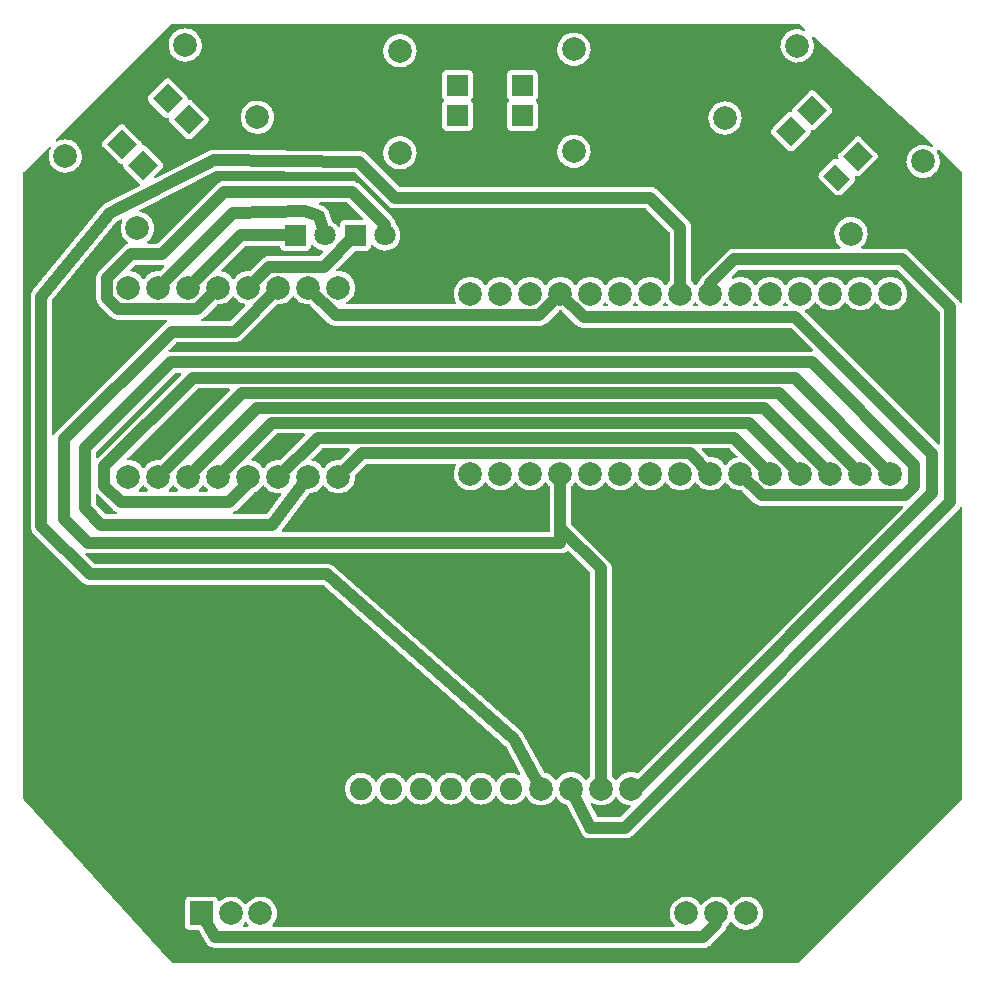
<source format=gbl>
G04 Layer: BottomLayer*
G04 EasyEDA v6.5.5, 2022-07-13 22:11:28*
G04 388c56e55b024576a5eedb72c528fe0a,d87ca97578a24c0188edd79bd05468ec,10*
G04 Gerber Generator version 0.2*
G04 Scale: 100 percent, Rotated: No, Reflected: No *
G04 Dimensions in millimeters *
G04 leading zeros omitted , absolute positions ,4 integer and 5 decimal *
%FSLAX45Y45*%
%MOMM*%

%ADD14C,2.0000*%
%ADD16C,1.8000*%
%ADD18C,1.8800*%
%ADD19C,1.0000*%

%LPD*%
G36*
X2693720Y-1748637D02*
G01*
X2689656Y-1747012D01*
X2686354Y-1743202D01*
X2676956Y-1730908D01*
X2666187Y-1719834D01*
X2654198Y-1710131D01*
X2640076Y-1701292D01*
X2637383Y-1698853D01*
X2635758Y-1695653D01*
X2613914Y-1624685D01*
X2609596Y-1613306D01*
X2603652Y-1602486D01*
X2596337Y-1592529D01*
X2587752Y-1583639D01*
X2577998Y-1576070D01*
X2567330Y-1569872D01*
X2555595Y-1565046D01*
X2534869Y-1558086D01*
X2531364Y-1556105D01*
X2528874Y-1552854D01*
X2527909Y-1548892D01*
X2528570Y-1544878D01*
X2530754Y-1541424D01*
X2534107Y-1539138D01*
X2538069Y-1538325D01*
X2764993Y-1538325D01*
X2768904Y-1539087D01*
X2772206Y-1541272D01*
X2899156Y-1668272D01*
X2901340Y-1671574D01*
X2902153Y-1675434D01*
X2901340Y-1679346D01*
X2899156Y-1682648D01*
X2895854Y-1684832D01*
X2891993Y-1685594D01*
X2746603Y-1685594D01*
X2738221Y-1686458D01*
X2730601Y-1688744D01*
X2723642Y-1692452D01*
X2717495Y-1697532D01*
X2712466Y-1703628D01*
X2708706Y-1710639D01*
X2706420Y-1718208D01*
X2705608Y-1726641D01*
X2705608Y-1738630D01*
X2704642Y-1742897D01*
X2702001Y-1746402D01*
X2698089Y-1748434D01*
G37*

%LPD*%
G36*
X1039317Y-2189835D02*
G01*
X1035507Y-2188210D01*
X1032713Y-2185162D01*
X1030376Y-2181301D01*
X1020571Y-2168601D01*
X1009396Y-2157069D01*
X997000Y-2146960D01*
X983487Y-2138273D01*
X969111Y-2131161D01*
X953973Y-2125776D01*
X939850Y-2122525D01*
X935939Y-2120646D01*
X933196Y-2117394D01*
X931976Y-2113280D01*
X932637Y-2109012D01*
X934923Y-2105406D01*
X969721Y-2070607D01*
X973023Y-2068423D01*
X976934Y-2067661D01*
X1197559Y-2067661D01*
X1208887Y-2067001D01*
X1212951Y-2067560D01*
X1216406Y-2069642D01*
X1218793Y-2072944D01*
X1219657Y-2076907D01*
X1218946Y-2080920D01*
X1216710Y-2084324D01*
X1183640Y-2117344D01*
X1180338Y-2119579D01*
X1176477Y-2120341D01*
X1160373Y-2120341D01*
X1144422Y-2122170D01*
X1128826Y-2125776D01*
X1113688Y-2131161D01*
X1099312Y-2138273D01*
X1085799Y-2146960D01*
X1073404Y-2157069D01*
X1062228Y-2168601D01*
X1052423Y-2181301D01*
X1050086Y-2185162D01*
X1047292Y-2188210D01*
X1043482Y-2189835D01*
G37*

%LPD*%
G36*
X1801317Y-2189835D02*
G01*
X1797507Y-2188210D01*
X1794713Y-2185162D01*
X1792376Y-2181301D01*
X1782572Y-2168601D01*
X1771396Y-2157069D01*
X1759000Y-2146960D01*
X1745488Y-2138273D01*
X1731111Y-2131161D01*
X1715973Y-2125776D01*
X1708810Y-2124151D01*
X1704949Y-2122322D01*
X1702155Y-2119020D01*
X1700987Y-2114905D01*
X1701647Y-2110638D01*
X1703933Y-2107031D01*
X1901393Y-1909622D01*
X1904695Y-1907387D01*
X1908556Y-1906625D01*
X2188667Y-1906625D01*
X2192832Y-1907539D01*
X2196287Y-1910080D01*
X2198370Y-1913839D01*
X2200706Y-1921611D01*
X2204466Y-1928622D01*
X2209495Y-1934718D01*
X2215642Y-1939747D01*
X2222601Y-1943506D01*
X2230221Y-1945792D01*
X2238603Y-1946656D01*
X2417622Y-1946656D01*
X2426004Y-1945792D01*
X2433574Y-1943506D01*
X2440584Y-1939747D01*
X2446731Y-1934718D01*
X2451760Y-1928622D01*
X2455468Y-1921611D01*
X2457805Y-1913991D01*
X2458618Y-1904390D01*
X2459431Y-1900377D01*
X2461768Y-1897024D01*
X2465222Y-1894839D01*
X2469286Y-1894230D01*
X2473248Y-1895246D01*
X2476449Y-1897735D01*
X2484475Y-1907032D01*
X2495854Y-1917446D01*
X2508453Y-1926488D01*
X2521966Y-1933956D01*
X2536291Y-1939747D01*
X2551226Y-1943811D01*
X2556662Y-1944624D01*
X2560828Y-1946249D01*
X2563876Y-1949450D01*
X2565298Y-1953666D01*
X2564739Y-1958086D01*
X2562352Y-1961845D01*
X2533954Y-1990293D01*
X2530652Y-1992477D01*
X2526741Y-1993239D01*
X2107488Y-1993239D01*
X2097786Y-1993747D01*
X2085644Y-1995881D01*
X2073859Y-1999640D01*
X2071319Y-2000707D01*
X2062734Y-2004974D01*
X2060346Y-2006346D01*
X2052421Y-2011730D01*
X2050237Y-2013457D01*
X2043023Y-2019960D01*
X1945639Y-2117344D01*
X1942338Y-2119579D01*
X1938477Y-2120341D01*
X1922373Y-2120341D01*
X1906422Y-2122170D01*
X1890826Y-2125776D01*
X1875688Y-2131161D01*
X1861312Y-2138273D01*
X1847799Y-2146960D01*
X1835404Y-2157069D01*
X1824228Y-2168601D01*
X1814423Y-2181301D01*
X1812086Y-2185162D01*
X1809292Y-2188210D01*
X1805482Y-2189835D01*
G37*

%LPD*%
G36*
X2767584Y-2401062D02*
G01*
X2763316Y-2400096D01*
X2759811Y-2397404D01*
X2757779Y-2393492D01*
X2757627Y-2389073D01*
X2759303Y-2385009D01*
X2762605Y-2382062D01*
X2768346Y-2378811D01*
X2781350Y-2369362D01*
X2793136Y-2358542D01*
X2803652Y-2346401D01*
X2812694Y-2333142D01*
X2820212Y-2318969D01*
X2826004Y-2304034D01*
X2830118Y-2288489D01*
X2832404Y-2272639D01*
X2832862Y-2256586D01*
X2831490Y-2240584D01*
X2828290Y-2224887D01*
X2823311Y-2209647D01*
X2816656Y-2195017D01*
X2808376Y-2181301D01*
X2798572Y-2168601D01*
X2787396Y-2157069D01*
X2775000Y-2146960D01*
X2761488Y-2138273D01*
X2747111Y-2131161D01*
X2731973Y-2125776D01*
X2716377Y-2122170D01*
X2700426Y-2120341D01*
X2684424Y-2120341D01*
X2680512Y-2119579D01*
X2677210Y-2117344D01*
X2675026Y-2114042D01*
X2674264Y-2110181D01*
X2675026Y-2106269D01*
X2677210Y-2102967D01*
X2830626Y-1949602D01*
X2833928Y-1947418D01*
X2837789Y-1946656D01*
X2925622Y-1946656D01*
X2934004Y-1945792D01*
X2941574Y-1943506D01*
X2948584Y-1939747D01*
X2954731Y-1934718D01*
X2959760Y-1928622D01*
X2963468Y-1921611D01*
X2965805Y-1913991D01*
X2966618Y-1904390D01*
X2967431Y-1900377D01*
X2969768Y-1897024D01*
X2973222Y-1894839D01*
X2977286Y-1894230D01*
X2981248Y-1895246D01*
X2984449Y-1897735D01*
X2992475Y-1907032D01*
X3003854Y-1917446D01*
X3016453Y-1926488D01*
X3029966Y-1933956D01*
X3044291Y-1939747D01*
X3059226Y-1943811D01*
X3074517Y-1946097D01*
X3089960Y-1946554D01*
X3105353Y-1945182D01*
X3120491Y-1941982D01*
X3135122Y-1937054D01*
X3149092Y-1930400D01*
X3162198Y-1922170D01*
X3174187Y-1912416D01*
X3184956Y-1901291D01*
X3194354Y-1888998D01*
X3202178Y-1875688D01*
X3208426Y-1861566D01*
X3212947Y-1846783D01*
X3215690Y-1831543D01*
X3216605Y-1816100D01*
X3215690Y-1800707D01*
X3212947Y-1785467D01*
X3208426Y-1770684D01*
X3202178Y-1756511D01*
X3194354Y-1743202D01*
X3184956Y-1730908D01*
X3178962Y-1724761D01*
X3177082Y-1722018D01*
X3176168Y-1718767D01*
X3175762Y-1714957D01*
X3173323Y-1702968D01*
X3169208Y-1691284D01*
X3163519Y-1680311D01*
X3158134Y-1672386D01*
X3156407Y-1670202D01*
X3149904Y-1662988D01*
X2870911Y-1383995D01*
X2863697Y-1377492D01*
X2861513Y-1375765D01*
X2853588Y-1370380D01*
X2842615Y-1364691D01*
X2830931Y-1360576D01*
X2818841Y-1358087D01*
X2816148Y-1357782D01*
X2806446Y-1357274D01*
X1727454Y-1357274D01*
X1717751Y-1357782D01*
X1715058Y-1358087D01*
X1702968Y-1360576D01*
X1691284Y-1364691D01*
X1680311Y-1370380D01*
X1672386Y-1375765D01*
X1670202Y-1377492D01*
X1662988Y-1383995D01*
X1163370Y-1883664D01*
X1160068Y-1885848D01*
X1156157Y-1886610D01*
X1080262Y-1886610D01*
X1076198Y-1885797D01*
X1072794Y-1883359D01*
X1070660Y-1879803D01*
X1070102Y-1875688D01*
X1071270Y-1871675D01*
X1073912Y-1868525D01*
X1082852Y-1861464D01*
X1094181Y-1850085D01*
X1104138Y-1837537D01*
X1112621Y-1823923D01*
X1119479Y-1809445D01*
X1124661Y-1794256D01*
X1128064Y-1778558D01*
X1129690Y-1762607D01*
X1129436Y-1746554D01*
X1127404Y-1730654D01*
X1123543Y-1715058D01*
X1117955Y-1700072D01*
X1110640Y-1685747D01*
X1101801Y-1672386D01*
X1091488Y-1660093D01*
X1079804Y-1649120D01*
X1066952Y-1639468D01*
X1053084Y-1631391D01*
X1038402Y-1624939D01*
X1023112Y-1620215D01*
X1015695Y-1618843D01*
X1011834Y-1617218D01*
X1008938Y-1614220D01*
X1007516Y-1610258D01*
X1007821Y-1606092D01*
X1009751Y-1602384D01*
X1013002Y-1599793D01*
X1657299Y-1272946D01*
X1659585Y-1272133D01*
X1661972Y-1271879D01*
X2828188Y-1283868D01*
X2831998Y-1284681D01*
X2835249Y-1286865D01*
X3110788Y-1562404D01*
X3118002Y-1568907D01*
X3120186Y-1570634D01*
X3128111Y-1576019D01*
X3139084Y-1581708D01*
X3150768Y-1585823D01*
X3162858Y-1588312D01*
X3165551Y-1588617D01*
X3175254Y-1589125D01*
X5292293Y-1589125D01*
X5296204Y-1589887D01*
X5299506Y-1592072D01*
X5494528Y-1787093D01*
X5496712Y-1790395D01*
X5497474Y-1794306D01*
X5497474Y-2199386D01*
X5496509Y-2203754D01*
X5493004Y-2207869D01*
X5481828Y-2219401D01*
X5472023Y-2232101D01*
X5469686Y-2235962D01*
X5466892Y-2239010D01*
X5463082Y-2240635D01*
X5458917Y-2240635D01*
X5455107Y-2239010D01*
X5452313Y-2235962D01*
X5449976Y-2232101D01*
X5440172Y-2219401D01*
X5428996Y-2207869D01*
X5416600Y-2197760D01*
X5403088Y-2189073D01*
X5388711Y-2181961D01*
X5373573Y-2176576D01*
X5357977Y-2172970D01*
X5342026Y-2171141D01*
X5325973Y-2171141D01*
X5310022Y-2172970D01*
X5294426Y-2176576D01*
X5279288Y-2181961D01*
X5264912Y-2189073D01*
X5251399Y-2197760D01*
X5239004Y-2207869D01*
X5227828Y-2219401D01*
X5218023Y-2232101D01*
X5215686Y-2235962D01*
X5212892Y-2239010D01*
X5209082Y-2240635D01*
X5204917Y-2240635D01*
X5201107Y-2239010D01*
X5198313Y-2235962D01*
X5195976Y-2232101D01*
X5186172Y-2219401D01*
X5174996Y-2207869D01*
X5162600Y-2197760D01*
X5149088Y-2189073D01*
X5134711Y-2181961D01*
X5119573Y-2176576D01*
X5103977Y-2172970D01*
X5088026Y-2171141D01*
X5071973Y-2171141D01*
X5056022Y-2172970D01*
X5040426Y-2176576D01*
X5025288Y-2181961D01*
X5010912Y-2189073D01*
X4997399Y-2197760D01*
X4985004Y-2207869D01*
X4973828Y-2219401D01*
X4964023Y-2232101D01*
X4961686Y-2235962D01*
X4958892Y-2239010D01*
X4955082Y-2240635D01*
X4950917Y-2240635D01*
X4947107Y-2239010D01*
X4944313Y-2235962D01*
X4941976Y-2232101D01*
X4932172Y-2219401D01*
X4920996Y-2207869D01*
X4908600Y-2197760D01*
X4895088Y-2189073D01*
X4880711Y-2181961D01*
X4865573Y-2176576D01*
X4849977Y-2172970D01*
X4834026Y-2171141D01*
X4817973Y-2171141D01*
X4802022Y-2172970D01*
X4786426Y-2176576D01*
X4771288Y-2181961D01*
X4756912Y-2189073D01*
X4743399Y-2197760D01*
X4731004Y-2207869D01*
X4719828Y-2219401D01*
X4710023Y-2232101D01*
X4707686Y-2235962D01*
X4704892Y-2239010D01*
X4701082Y-2240635D01*
X4696917Y-2240635D01*
X4693107Y-2239010D01*
X4690313Y-2235962D01*
X4687976Y-2232101D01*
X4678172Y-2219401D01*
X4666996Y-2207869D01*
X4654600Y-2197760D01*
X4641088Y-2189073D01*
X4626711Y-2181961D01*
X4611573Y-2176576D01*
X4595977Y-2172970D01*
X4580026Y-2171141D01*
X4563973Y-2171141D01*
X4548022Y-2172970D01*
X4532426Y-2176576D01*
X4517288Y-2181961D01*
X4502912Y-2189073D01*
X4489399Y-2197760D01*
X4477004Y-2207869D01*
X4465828Y-2219401D01*
X4456023Y-2232101D01*
X4453686Y-2235962D01*
X4450892Y-2239010D01*
X4447082Y-2240635D01*
X4442917Y-2240635D01*
X4439107Y-2239010D01*
X4436313Y-2235962D01*
X4433976Y-2232101D01*
X4424172Y-2219401D01*
X4412996Y-2207869D01*
X4400600Y-2197760D01*
X4387088Y-2189073D01*
X4372711Y-2181961D01*
X4357573Y-2176576D01*
X4341977Y-2172970D01*
X4326026Y-2171141D01*
X4309973Y-2171141D01*
X4294022Y-2172970D01*
X4278426Y-2176576D01*
X4263288Y-2181961D01*
X4248912Y-2189073D01*
X4235399Y-2197760D01*
X4223004Y-2207869D01*
X4211828Y-2219401D01*
X4202023Y-2232101D01*
X4199686Y-2235962D01*
X4196892Y-2239010D01*
X4193082Y-2240635D01*
X4188917Y-2240635D01*
X4185107Y-2239010D01*
X4182313Y-2235962D01*
X4179976Y-2232101D01*
X4170172Y-2219401D01*
X4158996Y-2207869D01*
X4146600Y-2197760D01*
X4133087Y-2189073D01*
X4118711Y-2181961D01*
X4103573Y-2176576D01*
X4087977Y-2172970D01*
X4072026Y-2171141D01*
X4055973Y-2171141D01*
X4040022Y-2172970D01*
X4024426Y-2176576D01*
X4009288Y-2181961D01*
X3994912Y-2189073D01*
X3981399Y-2197760D01*
X3969004Y-2207869D01*
X3957828Y-2219401D01*
X3948023Y-2232101D01*
X3945686Y-2235962D01*
X3942892Y-2239010D01*
X3939082Y-2240635D01*
X3934917Y-2240635D01*
X3931107Y-2239010D01*
X3928313Y-2235962D01*
X3925976Y-2232101D01*
X3916172Y-2219401D01*
X3904996Y-2207869D01*
X3892600Y-2197760D01*
X3879087Y-2189073D01*
X3864711Y-2181961D01*
X3849573Y-2176576D01*
X3833977Y-2172970D01*
X3818026Y-2171141D01*
X3801973Y-2171141D01*
X3786022Y-2172970D01*
X3770426Y-2176576D01*
X3755288Y-2181961D01*
X3740912Y-2189073D01*
X3727399Y-2197760D01*
X3715004Y-2207869D01*
X3703828Y-2219401D01*
X3694023Y-2232101D01*
X3685743Y-2245817D01*
X3679088Y-2260447D01*
X3674110Y-2275687D01*
X3670909Y-2291384D01*
X3669537Y-2307386D01*
X3669995Y-2323439D01*
X3672281Y-2339289D01*
X3676396Y-2354834D01*
X3682187Y-2369769D01*
X3689705Y-2383942D01*
X3690518Y-2385161D01*
X3692144Y-2389225D01*
X3691940Y-2393594D01*
X3689858Y-2397455D01*
X3686403Y-2400096D01*
X3682136Y-2401062D01*
G37*

%LPD*%
G36*
X6465265Y-2418232D02*
G01*
X6461506Y-2417521D01*
X6458254Y-2415438D01*
X6456019Y-2412288D01*
X6455105Y-2408580D01*
X6455664Y-2404770D01*
X6457594Y-2401417D01*
X6461252Y-2397201D01*
X6468618Y-2386431D01*
X6471412Y-2383688D01*
X6475018Y-2382215D01*
X6478981Y-2382215D01*
X6482588Y-2383688D01*
X6485382Y-2386431D01*
X6492748Y-2397201D01*
X6496405Y-2401417D01*
X6498336Y-2404770D01*
X6498894Y-2408580D01*
X6497980Y-2412288D01*
X6495745Y-2415438D01*
X6492494Y-2417521D01*
X6488734Y-2418232D01*
G37*

%LPD*%
G36*
X5703265Y-2418232D02*
G01*
X5699506Y-2417521D01*
X5696254Y-2415438D01*
X5694019Y-2412288D01*
X5693105Y-2408580D01*
X5693664Y-2404770D01*
X5695594Y-2401417D01*
X5699252Y-2397201D01*
X5706618Y-2386431D01*
X5709412Y-2383688D01*
X5713018Y-2382215D01*
X5716981Y-2382215D01*
X5720588Y-2383688D01*
X5723382Y-2386431D01*
X5730748Y-2397201D01*
X5734405Y-2401417D01*
X5736336Y-2404770D01*
X5736894Y-2408580D01*
X5735980Y-2412288D01*
X5733745Y-2415438D01*
X5730494Y-2417521D01*
X5726734Y-2418232D01*
G37*

%LPD*%
G36*
X4941265Y-2418232D02*
G01*
X4937506Y-2417521D01*
X4934254Y-2415438D01*
X4932019Y-2412288D01*
X4931105Y-2408580D01*
X4931664Y-2404770D01*
X4933594Y-2401417D01*
X4937252Y-2397201D01*
X4944618Y-2386431D01*
X4947412Y-2383688D01*
X4951018Y-2382215D01*
X4954981Y-2382215D01*
X4958588Y-2383688D01*
X4961382Y-2386431D01*
X4968748Y-2397201D01*
X4972405Y-2401417D01*
X4974336Y-2404770D01*
X4974894Y-2408580D01*
X4973980Y-2412288D01*
X4971745Y-2415438D01*
X4968494Y-2417521D01*
X4964734Y-2418232D01*
G37*

%LPD*%
G36*
X5449265Y-2418232D02*
G01*
X5445506Y-2417521D01*
X5442254Y-2415438D01*
X5440019Y-2412288D01*
X5439105Y-2408580D01*
X5439664Y-2404770D01*
X5441594Y-2401417D01*
X5445252Y-2397201D01*
X5452618Y-2386431D01*
X5455412Y-2383688D01*
X5459018Y-2382215D01*
X5462981Y-2382215D01*
X5466588Y-2383688D01*
X5469382Y-2386431D01*
X5476748Y-2397201D01*
X5480405Y-2401417D01*
X5482336Y-2404770D01*
X5482894Y-2408580D01*
X5481980Y-2412288D01*
X5479745Y-2415438D01*
X5476494Y-2417521D01*
X5472734Y-2418232D01*
G37*

%LPD*%
G36*
X6211265Y-2418232D02*
G01*
X6207506Y-2417521D01*
X6204254Y-2415438D01*
X6202019Y-2412288D01*
X6201105Y-2408580D01*
X6201664Y-2404770D01*
X6203594Y-2401417D01*
X6207252Y-2397201D01*
X6214618Y-2386431D01*
X6217412Y-2383688D01*
X6221018Y-2382215D01*
X6224981Y-2382215D01*
X6228588Y-2383688D01*
X6231382Y-2386431D01*
X6238748Y-2397201D01*
X6242405Y-2401417D01*
X6244336Y-2404770D01*
X6244894Y-2408580D01*
X6243980Y-2412288D01*
X6241745Y-2415438D01*
X6238494Y-2417521D01*
X6234734Y-2418232D01*
G37*

%LPD*%
G36*
X5195265Y-2418232D02*
G01*
X5191506Y-2417521D01*
X5188254Y-2415438D01*
X5186019Y-2412288D01*
X5185105Y-2408580D01*
X5185664Y-2404770D01*
X5187594Y-2401417D01*
X5191252Y-2397201D01*
X5198618Y-2386431D01*
X5201412Y-2383688D01*
X5205018Y-2382215D01*
X5208981Y-2382215D01*
X5212588Y-2383688D01*
X5215382Y-2386431D01*
X5222748Y-2397201D01*
X5226405Y-2401417D01*
X5228336Y-2404770D01*
X5228894Y-2408580D01*
X5227980Y-2412288D01*
X5225745Y-2415438D01*
X5222494Y-2417521D01*
X5218734Y-2418232D01*
G37*

%LPD*%
G36*
X5957265Y-2418232D02*
G01*
X5953506Y-2417521D01*
X5950254Y-2415438D01*
X5948019Y-2412288D01*
X5947105Y-2408580D01*
X5947664Y-2404770D01*
X5949594Y-2401417D01*
X5953252Y-2397201D01*
X5960618Y-2386431D01*
X5963412Y-2383688D01*
X5967018Y-2382215D01*
X5970981Y-2382215D01*
X5974588Y-2383688D01*
X5977382Y-2386431D01*
X5984748Y-2397201D01*
X5988405Y-2401417D01*
X5990336Y-2404770D01*
X5990894Y-2408580D01*
X5989980Y-2412288D01*
X5987745Y-2415438D01*
X5984494Y-2417521D01*
X5980734Y-2418232D01*
G37*

%LPD*%
G36*
X1540713Y-2541676D02*
G01*
X1536395Y-2540711D01*
X1532890Y-2537968D01*
X1530858Y-2534005D01*
X1530756Y-2529535D01*
X1532534Y-2525471D01*
X1535938Y-2522575D01*
X1542084Y-2519273D01*
X1549857Y-2513990D01*
X1552041Y-2512263D01*
X1559255Y-2505760D01*
X1661363Y-2403652D01*
X1664919Y-2401316D01*
X1669135Y-2400655D01*
X1676400Y-2401112D01*
X1692402Y-2400198D01*
X1708200Y-2397455D01*
X1723593Y-2392934D01*
X1738375Y-2386685D01*
X1752346Y-2378811D01*
X1765350Y-2369362D01*
X1777136Y-2358542D01*
X1787652Y-2346401D01*
X1795018Y-2335631D01*
X1797812Y-2332888D01*
X1801418Y-2331415D01*
X1805381Y-2331415D01*
X1808988Y-2332888D01*
X1811782Y-2335631D01*
X1819148Y-2346401D01*
X1829663Y-2358542D01*
X1841449Y-2369362D01*
X1854454Y-2378811D01*
X1868424Y-2386685D01*
X1883206Y-2392934D01*
X1898497Y-2397404D01*
X1902155Y-2399385D01*
X1904746Y-2402687D01*
X1905762Y-2406700D01*
X1905101Y-2410866D01*
X1902815Y-2414320D01*
X1778507Y-2538730D01*
X1775206Y-2540914D01*
X1771345Y-2541676D01*
G37*

%LPD*%
G36*
X1263497Y-2801416D02*
G01*
X1259484Y-2800807D01*
X1256030Y-2798724D01*
X1253642Y-2795422D01*
X1252778Y-2791460D01*
X1253490Y-2787446D01*
X1255776Y-2784094D01*
X1314145Y-2725674D01*
X1317447Y-2723489D01*
X1321358Y-2722727D01*
X1812798Y-2722727D01*
X1822500Y-2722219D01*
X1825193Y-2721914D01*
X1837283Y-2719425D01*
X1848967Y-2715310D01*
X1857603Y-2710992D01*
X1859940Y-2709621D01*
X1867916Y-2704185D01*
X1870049Y-2702509D01*
X1877263Y-2696006D01*
X2169414Y-2403652D01*
X2172970Y-2401316D01*
X2177186Y-2400706D01*
X2184400Y-2401112D01*
X2200402Y-2400198D01*
X2216200Y-2397455D01*
X2231593Y-2392934D01*
X2246376Y-2386685D01*
X2260346Y-2378811D01*
X2273350Y-2369362D01*
X2285136Y-2358542D01*
X2295652Y-2346401D01*
X2303018Y-2335631D01*
X2305812Y-2332888D01*
X2309418Y-2331415D01*
X2313381Y-2331415D01*
X2316988Y-2332888D01*
X2319782Y-2335631D01*
X2327148Y-2346401D01*
X2337663Y-2358542D01*
X2349449Y-2369362D01*
X2362454Y-2378811D01*
X2376424Y-2386685D01*
X2391206Y-2392934D01*
X2406599Y-2397455D01*
X2422398Y-2400198D01*
X2438400Y-2401112D01*
X2445664Y-2400655D01*
X2449880Y-2401316D01*
X2453436Y-2403652D01*
X2605176Y-2555392D01*
X2612390Y-2561894D01*
X2614523Y-2563571D01*
X2622499Y-2569006D01*
X2624836Y-2570378D01*
X2633472Y-2574645D01*
X2636012Y-2575712D01*
X2645105Y-2578760D01*
X2647746Y-2579471D01*
X2657195Y-2581249D01*
X2669641Y-2582062D01*
X4391558Y-2582062D01*
X4404004Y-2581249D01*
X4413453Y-2579471D01*
X4416094Y-2578760D01*
X4425188Y-2575712D01*
X4427728Y-2574645D01*
X4436364Y-2570378D01*
X4438700Y-2569006D01*
X4446676Y-2563571D01*
X4448810Y-2561894D01*
X4456023Y-2555392D01*
X4556963Y-2454452D01*
X4560519Y-2452116D01*
X4564735Y-2451455D01*
X4572000Y-2451912D01*
X4579264Y-2451455D01*
X4583480Y-2452116D01*
X4587036Y-2454452D01*
X4705146Y-2572562D01*
X4712360Y-2579065D01*
X4714544Y-2580792D01*
X4722469Y-2586177D01*
X4733442Y-2591866D01*
X4745126Y-2595981D01*
X4757216Y-2598470D01*
X4759909Y-2598775D01*
X4769612Y-2599283D01*
X6518351Y-2599283D01*
X6522262Y-2600045D01*
X6525564Y-2602230D01*
X6706717Y-2783433D01*
X6708902Y-2786735D01*
X6709714Y-2790596D01*
X6708902Y-2794508D01*
X6706717Y-2797810D01*
X6703415Y-2799994D01*
X6699554Y-2800756D01*
X1274622Y-2800756D01*
G37*

%LPD*%
G36*
X280466Y-3508095D02*
G01*
X275996Y-3507994D01*
X272034Y-3506012D01*
X269290Y-3502507D01*
X268325Y-3498138D01*
X268325Y-2372868D01*
X268884Y-2369413D01*
X270611Y-2366416D01*
X818540Y-1699361D01*
X821791Y-1696770D01*
X848461Y-1683207D01*
X852424Y-1682140D01*
X856437Y-1682699D01*
X859942Y-1684832D01*
X862330Y-1688134D01*
X863244Y-1692097D01*
X862482Y-1696110D01*
X856335Y-1711248D01*
X852017Y-1726742D01*
X849528Y-1742541D01*
X848817Y-1758594D01*
X849985Y-1774596D01*
X852932Y-1790344D01*
X857707Y-1805686D01*
X864158Y-1820367D01*
X872236Y-1834235D01*
X881837Y-1847088D01*
X892860Y-1858721D01*
X905103Y-1869033D01*
X910691Y-1872742D01*
X913790Y-1875993D01*
X915162Y-1880260D01*
X914603Y-1884730D01*
X912164Y-1888489D01*
X908303Y-1890826D01*
X899312Y-1894027D01*
X888339Y-1899716D01*
X880414Y-1905101D01*
X878230Y-1906828D01*
X871016Y-1913331D01*
X667969Y-2116378D01*
X661466Y-2123592D01*
X659739Y-2125776D01*
X654354Y-2133701D01*
X648665Y-2144674D01*
X644550Y-2156358D01*
X642061Y-2168448D01*
X641756Y-2171141D01*
X641248Y-2180844D01*
X641248Y-2343404D01*
X641756Y-2353106D01*
X642061Y-2355799D01*
X644550Y-2367889D01*
X648665Y-2379573D01*
X654354Y-2390546D01*
X659739Y-2398471D01*
X661466Y-2400655D01*
X667969Y-2407869D01*
X765860Y-2505760D01*
X773074Y-2512263D01*
X775258Y-2513990D01*
X783183Y-2519375D01*
X794156Y-2525064D01*
X805840Y-2529179D01*
X817930Y-2531668D01*
X820623Y-2531973D01*
X830326Y-2532481D01*
X1233982Y-2532481D01*
X1238300Y-2533446D01*
X1241806Y-2536190D01*
X1243838Y-2540152D01*
X1243939Y-2544622D01*
X1242161Y-2548686D01*
X1238758Y-2551582D01*
X1232611Y-2554884D01*
X1224838Y-2560167D01*
X1222654Y-2561894D01*
X1215491Y-2568397D01*
X304495Y-3479088D01*
X297992Y-3486302D01*
X290982Y-3496259D01*
X287426Y-3502914D01*
X284530Y-3506317D01*
G37*

%LPD*%
G36*
X7773314Y-3589832D02*
G01*
X7769453Y-3589020D01*
X7766151Y-3586835D01*
X6641541Y-2462225D01*
X6639255Y-2458720D01*
X6638544Y-2454605D01*
X6639610Y-2450541D01*
X6642201Y-2447290D01*
X6645859Y-2445308D01*
X6651193Y-2443734D01*
X6665975Y-2437485D01*
X6679946Y-2429611D01*
X6692950Y-2420162D01*
X6704736Y-2409342D01*
X6715252Y-2397201D01*
X6722618Y-2386431D01*
X6725412Y-2383688D01*
X6729018Y-2382215D01*
X6732981Y-2382215D01*
X6736588Y-2383688D01*
X6739381Y-2386431D01*
X6746748Y-2397201D01*
X6757263Y-2409342D01*
X6769049Y-2420162D01*
X6782053Y-2429611D01*
X6796024Y-2437485D01*
X6810806Y-2443734D01*
X6826199Y-2448255D01*
X6841998Y-2450998D01*
X6858000Y-2451912D01*
X6874002Y-2450998D01*
X6889800Y-2448255D01*
X6905193Y-2443734D01*
X6919975Y-2437485D01*
X6933946Y-2429611D01*
X6946950Y-2420162D01*
X6958736Y-2409342D01*
X6969252Y-2397201D01*
X6976618Y-2386431D01*
X6979412Y-2383688D01*
X6983018Y-2382215D01*
X6986981Y-2382215D01*
X6990588Y-2383688D01*
X6993381Y-2386431D01*
X7000748Y-2397201D01*
X7011263Y-2409342D01*
X7023049Y-2420162D01*
X7036053Y-2429611D01*
X7050024Y-2437485D01*
X7064806Y-2443734D01*
X7080199Y-2448255D01*
X7095998Y-2450998D01*
X7112000Y-2451912D01*
X7128002Y-2450998D01*
X7143800Y-2448255D01*
X7159193Y-2443734D01*
X7173975Y-2437485D01*
X7187946Y-2429611D01*
X7200950Y-2420162D01*
X7212736Y-2409342D01*
X7223252Y-2397201D01*
X7230618Y-2386431D01*
X7233412Y-2383688D01*
X7237018Y-2382215D01*
X7240981Y-2382215D01*
X7244588Y-2383688D01*
X7247381Y-2386431D01*
X7254748Y-2397201D01*
X7265263Y-2409342D01*
X7277049Y-2420162D01*
X7290053Y-2429611D01*
X7304024Y-2437485D01*
X7318806Y-2443734D01*
X7334199Y-2448255D01*
X7349998Y-2450998D01*
X7366000Y-2451912D01*
X7382002Y-2450998D01*
X7397800Y-2448255D01*
X7413193Y-2443734D01*
X7427975Y-2437485D01*
X7441946Y-2429611D01*
X7454950Y-2420162D01*
X7466736Y-2409342D01*
X7477252Y-2397201D01*
X7486294Y-2383942D01*
X7493812Y-2369769D01*
X7499603Y-2354834D01*
X7503718Y-2339289D01*
X7506004Y-2323439D01*
X7506462Y-2307386D01*
X7505090Y-2291384D01*
X7501890Y-2275687D01*
X7496911Y-2260447D01*
X7490256Y-2245817D01*
X7481976Y-2232101D01*
X7472172Y-2219401D01*
X7460996Y-2207869D01*
X7448600Y-2197760D01*
X7435088Y-2189073D01*
X7420711Y-2181961D01*
X7405573Y-2176576D01*
X7389977Y-2172970D01*
X7374026Y-2171141D01*
X7357973Y-2171141D01*
X7342022Y-2172970D01*
X7326426Y-2176576D01*
X7311288Y-2181961D01*
X7296912Y-2189073D01*
X7283399Y-2197760D01*
X7271003Y-2207869D01*
X7259828Y-2219401D01*
X7250023Y-2232101D01*
X7247686Y-2235962D01*
X7244892Y-2239010D01*
X7241082Y-2240635D01*
X7236917Y-2240635D01*
X7233107Y-2239010D01*
X7230313Y-2235962D01*
X7227976Y-2232101D01*
X7218172Y-2219401D01*
X7206996Y-2207869D01*
X7194600Y-2197760D01*
X7181088Y-2189073D01*
X7166711Y-2181961D01*
X7151573Y-2176576D01*
X7135977Y-2172970D01*
X7120026Y-2171141D01*
X7103973Y-2171141D01*
X7088022Y-2172970D01*
X7072426Y-2176576D01*
X7057288Y-2181961D01*
X7042912Y-2189073D01*
X7029399Y-2197760D01*
X7017003Y-2207869D01*
X7005828Y-2219401D01*
X6996023Y-2232101D01*
X6993686Y-2235962D01*
X6990892Y-2239010D01*
X6987082Y-2240635D01*
X6982917Y-2240635D01*
X6979107Y-2239010D01*
X6976313Y-2235962D01*
X6973976Y-2232101D01*
X6964172Y-2219401D01*
X6952996Y-2207869D01*
X6940600Y-2197760D01*
X6927088Y-2189073D01*
X6912711Y-2181961D01*
X6897573Y-2176576D01*
X6881977Y-2172970D01*
X6866026Y-2171141D01*
X6849973Y-2171141D01*
X6834022Y-2172970D01*
X6818426Y-2176576D01*
X6803288Y-2181961D01*
X6788912Y-2189073D01*
X6775399Y-2197760D01*
X6763003Y-2207869D01*
X6751828Y-2219401D01*
X6742023Y-2232101D01*
X6739686Y-2235962D01*
X6736892Y-2239010D01*
X6733082Y-2240635D01*
X6728917Y-2240635D01*
X6725107Y-2239010D01*
X6722313Y-2235962D01*
X6719976Y-2232101D01*
X6710172Y-2219401D01*
X6698996Y-2207869D01*
X6686600Y-2197760D01*
X6673088Y-2189073D01*
X6658711Y-2181961D01*
X6643573Y-2176576D01*
X6627977Y-2172970D01*
X6612026Y-2171141D01*
X6595973Y-2171141D01*
X6580022Y-2172970D01*
X6564426Y-2176576D01*
X6549288Y-2181961D01*
X6534912Y-2189073D01*
X6521399Y-2197760D01*
X6509004Y-2207869D01*
X6497828Y-2219401D01*
X6488023Y-2232101D01*
X6485686Y-2235962D01*
X6482892Y-2239010D01*
X6479082Y-2240635D01*
X6474917Y-2240635D01*
X6471107Y-2239010D01*
X6468313Y-2235962D01*
X6465976Y-2232101D01*
X6456172Y-2219401D01*
X6444996Y-2207869D01*
X6432600Y-2197760D01*
X6419088Y-2189073D01*
X6404711Y-2181961D01*
X6389573Y-2176576D01*
X6373977Y-2172970D01*
X6358026Y-2171141D01*
X6341973Y-2171141D01*
X6326022Y-2172970D01*
X6310426Y-2176576D01*
X6295288Y-2181961D01*
X6280912Y-2189073D01*
X6267399Y-2197760D01*
X6255004Y-2207869D01*
X6243828Y-2219401D01*
X6234023Y-2232101D01*
X6231686Y-2235962D01*
X6228892Y-2239010D01*
X6225082Y-2240635D01*
X6220917Y-2240635D01*
X6217107Y-2239010D01*
X6214313Y-2235962D01*
X6211976Y-2232101D01*
X6202172Y-2219401D01*
X6190996Y-2207869D01*
X6178600Y-2197760D01*
X6165088Y-2189073D01*
X6150711Y-2181961D01*
X6135573Y-2176576D01*
X6119977Y-2172970D01*
X6104026Y-2171141D01*
X6087973Y-2171141D01*
X6072022Y-2172970D01*
X6056426Y-2176576D01*
X6041288Y-2181961D01*
X6035751Y-2184704D01*
X6031839Y-2185720D01*
X6027826Y-2185162D01*
X6024372Y-2183028D01*
X6021984Y-2179726D01*
X6021120Y-2175764D01*
X6021832Y-2171801D01*
X6024067Y-2168398D01*
X6079693Y-2112772D01*
X6082995Y-2110587D01*
X6086906Y-2109825D01*
X7425893Y-2109825D01*
X7429804Y-2110587D01*
X7433106Y-2112772D01*
X7780528Y-2460193D01*
X7782712Y-2463495D01*
X7783474Y-2467406D01*
X7783474Y-3579672D01*
X7782712Y-3583533D01*
X7780528Y-3586835D01*
X7777225Y-3589020D01*
G37*

%LPD*%
G36*
X646785Y-3704132D02*
G01*
X642874Y-3703320D01*
X639572Y-3701135D01*
X637387Y-3697833D01*
X636625Y-3693972D01*
X636625Y-3661206D01*
X637387Y-3657295D01*
X639572Y-3653993D01*
X1308811Y-2984754D01*
X1312113Y-2982569D01*
X1316024Y-2981807D01*
X1348790Y-2981807D01*
X1352651Y-2982569D01*
X1355953Y-2984754D01*
X1358138Y-2988056D01*
X1358950Y-2991967D01*
X1358138Y-2995828D01*
X1355953Y-2999130D01*
X653948Y-3701135D01*
X650646Y-3703320D01*
G37*

%LPD*%
G36*
X5966917Y-3764635D02*
G01*
X5963107Y-3763010D01*
X5960313Y-3759962D01*
X5957976Y-3756101D01*
X5948172Y-3743401D01*
X5936996Y-3731869D01*
X5924600Y-3721760D01*
X5911088Y-3713073D01*
X5896711Y-3705961D01*
X5881573Y-3700576D01*
X5865977Y-3696970D01*
X5850026Y-3695141D01*
X5833922Y-3695141D01*
X5830062Y-3694379D01*
X5826760Y-3692144D01*
X5771540Y-3636975D01*
X5769356Y-3633673D01*
X5768594Y-3629761D01*
X5769356Y-3625900D01*
X5771540Y-3622598D01*
X5774842Y-3620363D01*
X5778754Y-3619601D01*
X6002020Y-3619601D01*
X6005880Y-3620363D01*
X6009182Y-3622598D01*
X6068466Y-3681831D01*
X6070752Y-3685438D01*
X6071412Y-3689705D01*
X6070244Y-3693820D01*
X6067450Y-3697122D01*
X6063589Y-3698951D01*
X6056426Y-3700576D01*
X6041288Y-3705961D01*
X6026912Y-3713073D01*
X6013399Y-3721760D01*
X6001004Y-3731869D01*
X5989828Y-3743401D01*
X5980023Y-3756101D01*
X5977686Y-3759962D01*
X5974892Y-3763010D01*
X5971082Y-3764635D01*
G37*

%LPD*%
G36*
X2055317Y-3790035D02*
G01*
X2051507Y-3788410D01*
X2048713Y-3785362D01*
X2046376Y-3781501D01*
X2036572Y-3768801D01*
X2025396Y-3757269D01*
X2013000Y-3747160D01*
X1999488Y-3738473D01*
X1985111Y-3731361D01*
X1969973Y-3725976D01*
X1962810Y-3724351D01*
X1958949Y-3722522D01*
X1956155Y-3719220D01*
X1954987Y-3715105D01*
X1955647Y-3710838D01*
X1957933Y-3707231D01*
X2167839Y-3497376D01*
X2171141Y-3495141D01*
X2175002Y-3494379D01*
X2398268Y-3494379D01*
X2402179Y-3495141D01*
X2405481Y-3497376D01*
X2407666Y-3500678D01*
X2408428Y-3504539D01*
X2407666Y-3508451D01*
X2405481Y-3511753D01*
X2199640Y-3717544D01*
X2196338Y-3719779D01*
X2192477Y-3720541D01*
X2176373Y-3720541D01*
X2160422Y-3722370D01*
X2144826Y-3725976D01*
X2129688Y-3731361D01*
X2115312Y-3738473D01*
X2101799Y-3747160D01*
X2089404Y-3757269D01*
X2078228Y-3768801D01*
X2068423Y-3781501D01*
X2066086Y-3785362D01*
X2063292Y-3788410D01*
X2059482Y-3790035D01*
G37*

%LPD*%
G36*
X2563317Y-3790035D02*
G01*
X2559507Y-3788410D01*
X2556713Y-3785362D01*
X2554376Y-3781501D01*
X2544572Y-3768801D01*
X2533396Y-3757269D01*
X2521000Y-3747160D01*
X2507488Y-3738473D01*
X2493111Y-3731361D01*
X2477973Y-3725976D01*
X2470810Y-3724351D01*
X2466949Y-3722522D01*
X2464155Y-3719220D01*
X2462987Y-3715105D01*
X2463647Y-3710838D01*
X2465933Y-3707231D01*
X2550617Y-3622598D01*
X2553919Y-3620363D01*
X2557780Y-3619601D01*
X2781046Y-3619601D01*
X2784957Y-3620363D01*
X2788259Y-3622598D01*
X2790444Y-3625900D01*
X2791206Y-3629761D01*
X2790444Y-3633673D01*
X2788259Y-3636975D01*
X2707640Y-3717544D01*
X2704338Y-3719779D01*
X2700477Y-3720541D01*
X2684373Y-3720541D01*
X2668422Y-3722370D01*
X2652826Y-3725976D01*
X2637688Y-3731361D01*
X2623312Y-3738473D01*
X2609799Y-3747160D01*
X2597404Y-3757269D01*
X2586228Y-3768801D01*
X2576423Y-3781501D01*
X2574086Y-3785362D01*
X2571292Y-3788410D01*
X2567482Y-3790035D01*
G37*

%LPD*%
G36*
X1039317Y-3790035D02*
G01*
X1035507Y-3788410D01*
X1032713Y-3785362D01*
X1030376Y-3781501D01*
X1020571Y-3768801D01*
X1009396Y-3757269D01*
X997000Y-3747160D01*
X983487Y-3738473D01*
X969111Y-3731361D01*
X953973Y-3725976D01*
X938377Y-3722370D01*
X922426Y-3720541D01*
X915111Y-3720541D01*
X911199Y-3719779D01*
X907897Y-3717544D01*
X905713Y-3714242D01*
X904951Y-3710381D01*
X905713Y-3706469D01*
X907897Y-3703167D01*
X1494231Y-3116834D01*
X1497533Y-3114649D01*
X1501444Y-3113887D01*
X1762810Y-3113887D01*
X1766671Y-3114649D01*
X1769973Y-3116834D01*
X1772157Y-3120136D01*
X1772970Y-3124047D01*
X1772157Y-3127908D01*
X1769973Y-3131210D01*
X1183640Y-3717544D01*
X1180338Y-3719779D01*
X1176477Y-3720541D01*
X1160373Y-3720541D01*
X1144422Y-3722370D01*
X1128826Y-3725976D01*
X1113688Y-3731361D01*
X1099312Y-3738473D01*
X1085799Y-3747160D01*
X1073404Y-3757269D01*
X1062228Y-3768801D01*
X1052423Y-3781501D01*
X1050086Y-3785362D01*
X1047292Y-3788410D01*
X1043482Y-3790035D01*
G37*

%LPD*%
G36*
X1519326Y-3986174D02*
G01*
X1515364Y-3985361D01*
X1512011Y-3983126D01*
X1509826Y-3979722D01*
X1509166Y-3975760D01*
X1510080Y-3971798D01*
X1512468Y-3968546D01*
X1523136Y-3958742D01*
X1533652Y-3946601D01*
X1541018Y-3935831D01*
X1543812Y-3933088D01*
X1547418Y-3931615D01*
X1551381Y-3931615D01*
X1554988Y-3933088D01*
X1557782Y-3935831D01*
X1565148Y-3946601D01*
X1575663Y-3958742D01*
X1586331Y-3968546D01*
X1588719Y-3971798D01*
X1589633Y-3975760D01*
X1588973Y-3979722D01*
X1586788Y-3983126D01*
X1583436Y-3985361D01*
X1579473Y-3986174D01*
G37*

%LPD*%
G36*
X1265326Y-3986174D02*
G01*
X1261364Y-3985361D01*
X1258011Y-3983126D01*
X1255826Y-3979722D01*
X1255166Y-3975760D01*
X1256080Y-3971798D01*
X1258468Y-3968546D01*
X1269136Y-3958742D01*
X1279652Y-3946601D01*
X1287018Y-3935831D01*
X1289812Y-3933088D01*
X1293418Y-3931615D01*
X1297381Y-3931615D01*
X1300988Y-3933088D01*
X1303782Y-3935831D01*
X1311148Y-3946601D01*
X1321663Y-3958742D01*
X1332331Y-3968546D01*
X1334719Y-3971798D01*
X1335633Y-3975760D01*
X1334973Y-3979722D01*
X1332788Y-3983126D01*
X1329436Y-3985361D01*
X1325473Y-3986174D01*
G37*

%LPD*%
G36*
X1011326Y-3986174D02*
G01*
X1007364Y-3985361D01*
X1004011Y-3983126D01*
X1001826Y-3979722D01*
X1001166Y-3975760D01*
X1002080Y-3971798D01*
X1004468Y-3968546D01*
X1015136Y-3958742D01*
X1025652Y-3946601D01*
X1033018Y-3935831D01*
X1035812Y-3933088D01*
X1039418Y-3931615D01*
X1043381Y-3931615D01*
X1046987Y-3933088D01*
X1049782Y-3935831D01*
X1057148Y-3946601D01*
X1067663Y-3958742D01*
X1078331Y-3968546D01*
X1080719Y-3971798D01*
X1081633Y-3975760D01*
X1080973Y-3979722D01*
X1078788Y-3983126D01*
X1075436Y-3985361D01*
X1071473Y-3986174D01*
G37*

%LPD*%
G36*
X1810461Y-4176674D02*
G01*
X1806143Y-4175709D01*
X1802587Y-4172965D01*
X1800606Y-4169003D01*
X1800504Y-4164533D01*
X1802333Y-4160469D01*
X1805686Y-4157573D01*
X1812340Y-4154017D01*
X1820113Y-4148734D01*
X1822297Y-4147007D01*
X1829511Y-4140504D01*
X1974951Y-3995064D01*
X1978152Y-3992879D01*
X1992375Y-3986885D01*
X2006346Y-3979011D01*
X2019350Y-3969562D01*
X2031136Y-3958742D01*
X2041652Y-3946601D01*
X2049018Y-3935831D01*
X2051812Y-3933088D01*
X2055418Y-3931615D01*
X2059381Y-3931615D01*
X2062988Y-3933088D01*
X2065782Y-3935831D01*
X2073148Y-3946601D01*
X2083663Y-3958742D01*
X2095449Y-3969562D01*
X2108454Y-3979011D01*
X2122424Y-3986885D01*
X2137206Y-3993134D01*
X2152599Y-3997655D01*
X2168398Y-4000398D01*
X2184400Y-4001312D01*
X2199640Y-4000449D01*
X2203450Y-4000906D01*
X2206802Y-4002786D01*
X2209190Y-4005783D01*
X2210308Y-4009440D01*
X2210054Y-4013250D01*
X2208377Y-4016654D01*
X2091385Y-4172610D01*
X2089150Y-4174794D01*
X2086356Y-4176217D01*
X2083257Y-4176674D01*
G37*

%LPD*%
G36*
X727506Y-4176674D02*
G01*
X723595Y-4175912D01*
X720293Y-4173728D01*
X639572Y-4093006D01*
X637387Y-4089704D01*
X636625Y-4085793D01*
X636625Y-4014927D01*
X637387Y-4011066D01*
X639572Y-4007764D01*
X642874Y-4005579D01*
X646785Y-4004767D01*
X650646Y-4005579D01*
X653948Y-4007764D01*
X786688Y-4140504D01*
X793902Y-4147007D01*
X796086Y-4148734D01*
X804011Y-4154119D01*
X810260Y-4157421D01*
X813765Y-4160265D01*
X815644Y-4164329D01*
X815644Y-4168851D01*
X813663Y-4172915D01*
X810107Y-4175709D01*
X805738Y-4176674D01*
G37*

%LPD*%
G36*
X2220620Y-4329074D02*
G01*
X2216302Y-4328109D01*
X2212797Y-4325366D01*
X2210765Y-4321352D01*
X2210714Y-4316882D01*
X2212543Y-4312818D01*
X2443683Y-4004614D01*
X2446985Y-4001770D01*
X2451252Y-4000550D01*
X2454402Y-4000398D01*
X2470200Y-3997655D01*
X2485593Y-3993134D01*
X2500376Y-3986885D01*
X2514346Y-3979011D01*
X2527350Y-3969562D01*
X2539136Y-3958742D01*
X2549652Y-3946601D01*
X2557018Y-3935831D01*
X2559812Y-3933088D01*
X2563418Y-3931615D01*
X2567381Y-3931615D01*
X2570988Y-3933088D01*
X2573782Y-3935831D01*
X2581148Y-3946601D01*
X2591663Y-3958742D01*
X2603449Y-3969562D01*
X2616454Y-3979011D01*
X2630424Y-3986885D01*
X2645206Y-3993134D01*
X2660599Y-3997655D01*
X2676398Y-4000398D01*
X2692400Y-4001312D01*
X2708402Y-4000398D01*
X2724200Y-3997655D01*
X2739593Y-3993134D01*
X2754376Y-3986885D01*
X2768346Y-3979011D01*
X2781350Y-3969562D01*
X2793136Y-3958742D01*
X2803652Y-3946601D01*
X2812694Y-3933342D01*
X2820212Y-3919169D01*
X2826004Y-3904234D01*
X2830118Y-3888689D01*
X2832404Y-3872839D01*
X2832862Y-3856786D01*
X2832557Y-3853738D01*
X2833166Y-3849370D01*
X2835503Y-3845712D01*
X2927502Y-3753713D01*
X2930804Y-3751478D01*
X2934665Y-3750716D01*
X3679240Y-3750716D01*
X3683304Y-3751579D01*
X3686657Y-3753967D01*
X3688842Y-3757523D01*
X3689350Y-3761638D01*
X3688232Y-3765651D01*
X3682187Y-3777030D01*
X3676396Y-3791965D01*
X3672281Y-3807510D01*
X3669995Y-3823360D01*
X3669537Y-3839413D01*
X3670909Y-3855415D01*
X3674110Y-3871112D01*
X3679088Y-3886352D01*
X3685743Y-3900982D01*
X3694023Y-3914698D01*
X3703828Y-3927398D01*
X3715004Y-3938930D01*
X3727399Y-3949039D01*
X3740912Y-3957726D01*
X3755288Y-3964838D01*
X3770426Y-3970223D01*
X3786022Y-3973829D01*
X3801973Y-3975658D01*
X3818026Y-3975658D01*
X3833977Y-3973829D01*
X3849573Y-3970223D01*
X3864711Y-3964838D01*
X3879087Y-3957726D01*
X3892600Y-3949039D01*
X3904996Y-3938930D01*
X3916172Y-3927398D01*
X3925976Y-3914698D01*
X3928313Y-3910837D01*
X3931107Y-3907790D01*
X3934917Y-3906164D01*
X3939082Y-3906164D01*
X3942892Y-3907790D01*
X3945686Y-3910837D01*
X3948023Y-3914698D01*
X3957828Y-3927398D01*
X3969004Y-3938930D01*
X3981399Y-3949039D01*
X3994912Y-3957726D01*
X4009288Y-3964838D01*
X4024426Y-3970223D01*
X4040022Y-3973829D01*
X4055973Y-3975658D01*
X4072026Y-3975658D01*
X4087977Y-3973829D01*
X4103573Y-3970223D01*
X4118711Y-3964838D01*
X4133087Y-3957726D01*
X4146600Y-3949039D01*
X4158996Y-3938930D01*
X4170172Y-3927398D01*
X4179976Y-3914698D01*
X4182313Y-3910837D01*
X4185107Y-3907790D01*
X4188917Y-3906164D01*
X4193082Y-3906164D01*
X4196892Y-3907790D01*
X4199686Y-3910837D01*
X4202023Y-3914698D01*
X4211828Y-3927398D01*
X4223004Y-3938930D01*
X4235399Y-3949039D01*
X4248912Y-3957726D01*
X4263288Y-3964838D01*
X4278426Y-3970223D01*
X4294022Y-3973829D01*
X4309973Y-3975658D01*
X4326026Y-3975658D01*
X4341977Y-3973829D01*
X4357573Y-3970223D01*
X4372711Y-3964838D01*
X4387088Y-3957726D01*
X4400600Y-3949039D01*
X4412996Y-3938930D01*
X4424172Y-3927398D01*
X4433976Y-3914698D01*
X4436313Y-3910837D01*
X4439107Y-3907790D01*
X4442917Y-3906164D01*
X4447082Y-3906164D01*
X4450892Y-3907790D01*
X4453686Y-3910837D01*
X4456023Y-3914698D01*
X4465828Y-3927398D01*
X4477004Y-3938930D01*
X4480509Y-3943045D01*
X4481474Y-3947414D01*
X4481474Y-4318914D01*
X4480712Y-4322826D01*
X4478528Y-4326128D01*
X4475226Y-4328312D01*
X4471314Y-4329074D01*
G37*

%LPD*%
G36*
X4531817Y-6431635D02*
G01*
X4528007Y-6429959D01*
X4525213Y-6426962D01*
X4522876Y-6423101D01*
X4513072Y-6410401D01*
X4501896Y-6398869D01*
X4489500Y-6388709D01*
X4475988Y-6380073D01*
X4461560Y-6372961D01*
X4446473Y-6367576D01*
X4439462Y-6365951D01*
X4435602Y-6364122D01*
X4432808Y-6360922D01*
X4257852Y-6040120D01*
X4254195Y-6033973D01*
X4251147Y-6029604D01*
X4246778Y-6024118D01*
X4243171Y-6020155D01*
X4237939Y-6015228D01*
X2649067Y-4617212D01*
X2641650Y-4611776D01*
X2638958Y-4610049D01*
X2630932Y-4605680D01*
X2628036Y-4604359D01*
X2619451Y-4601108D01*
X2616403Y-4600194D01*
X2607462Y-4598162D01*
X2604312Y-4597654D01*
X2595168Y-4596892D01*
X626922Y-4596790D01*
X623011Y-4596028D01*
X619709Y-4593844D01*
X552653Y-4526788D01*
X550418Y-4523384D01*
X549706Y-4519371D01*
X550570Y-4515408D01*
X552958Y-4512106D01*
X556412Y-4510024D01*
X560476Y-4509465D01*
X571804Y-4510125D01*
X4571847Y-4510125D01*
X4578197Y-4509871D01*
X4584344Y-4509262D01*
X4590389Y-4508195D01*
X4596434Y-4506772D01*
X4602327Y-4504893D01*
X4608068Y-4502607D01*
X4613656Y-4499965D01*
X4619040Y-4496917D01*
X4624171Y-4493564D01*
X4629200Y-4489704D01*
X4632452Y-4488078D01*
X4636058Y-4487672D01*
X4639564Y-4488535D01*
X4642561Y-4490618D01*
X4821428Y-4669485D01*
X4823612Y-4672787D01*
X4824374Y-4676648D01*
X4824374Y-6390386D01*
X4823409Y-6394754D01*
X4819904Y-6398869D01*
X4808728Y-6410401D01*
X4798923Y-6423101D01*
X4796586Y-6426962D01*
X4793792Y-6429959D01*
X4789982Y-6431635D01*
X4785817Y-6431635D01*
X4782007Y-6429959D01*
X4779213Y-6426962D01*
X4776876Y-6423101D01*
X4767072Y-6410401D01*
X4755896Y-6398869D01*
X4743500Y-6388709D01*
X4729988Y-6380073D01*
X4715560Y-6372961D01*
X4700473Y-6367576D01*
X4684877Y-6363970D01*
X4668926Y-6362141D01*
X4652873Y-6362141D01*
X4636922Y-6363970D01*
X4621326Y-6367576D01*
X4606188Y-6372961D01*
X4591812Y-6380073D01*
X4578299Y-6388709D01*
X4565904Y-6398869D01*
X4554728Y-6410401D01*
X4544923Y-6423101D01*
X4542586Y-6426962D01*
X4539792Y-6429959D01*
X4535982Y-6431635D01*
G37*

%LPD*%
G36*
X5039817Y-6431635D02*
G01*
X5036007Y-6430010D01*
X5033213Y-6426962D01*
X5030876Y-6423101D01*
X5021072Y-6410401D01*
X5009896Y-6398869D01*
X5006390Y-6394754D01*
X5005425Y-6390386D01*
X5005425Y-4635246D01*
X5004612Y-4622800D01*
X5002123Y-4610709D01*
X4998008Y-4599076D01*
X4993690Y-4590440D01*
X4992319Y-4588103D01*
X4986934Y-4580128D01*
X4978704Y-4570780D01*
X4665472Y-4257548D01*
X4663287Y-4254246D01*
X4662525Y-4250385D01*
X4662525Y-3947414D01*
X4663490Y-3943045D01*
X4666996Y-3938930D01*
X4678172Y-3927398D01*
X4687976Y-3914698D01*
X4690313Y-3910837D01*
X4693107Y-3907790D01*
X4696917Y-3906164D01*
X4701082Y-3906164D01*
X4704892Y-3907790D01*
X4707686Y-3910837D01*
X4710023Y-3914698D01*
X4719828Y-3927398D01*
X4731004Y-3938930D01*
X4743399Y-3949039D01*
X4756912Y-3957726D01*
X4771288Y-3964838D01*
X4786426Y-3970223D01*
X4802022Y-3973829D01*
X4817973Y-3975658D01*
X4834026Y-3975658D01*
X4849977Y-3973829D01*
X4865573Y-3970223D01*
X4880711Y-3964838D01*
X4895088Y-3957726D01*
X4908600Y-3949039D01*
X4920996Y-3938930D01*
X4932172Y-3927398D01*
X4941976Y-3914698D01*
X4944313Y-3910837D01*
X4947107Y-3907790D01*
X4950917Y-3906164D01*
X4955082Y-3906164D01*
X4958892Y-3907790D01*
X4961686Y-3910837D01*
X4964023Y-3914698D01*
X4973828Y-3927398D01*
X4985004Y-3938930D01*
X4997399Y-3949039D01*
X5010912Y-3957726D01*
X5025288Y-3964838D01*
X5040426Y-3970223D01*
X5056022Y-3973829D01*
X5071973Y-3975658D01*
X5088026Y-3975658D01*
X5103977Y-3973829D01*
X5119573Y-3970223D01*
X5134711Y-3964838D01*
X5149088Y-3957726D01*
X5162600Y-3949039D01*
X5174996Y-3938930D01*
X5186172Y-3927398D01*
X5195976Y-3914698D01*
X5198313Y-3910837D01*
X5201107Y-3907790D01*
X5204917Y-3906164D01*
X5209082Y-3906164D01*
X5212892Y-3907790D01*
X5215686Y-3910837D01*
X5218023Y-3914698D01*
X5227828Y-3927398D01*
X5239004Y-3938930D01*
X5251399Y-3949039D01*
X5264912Y-3957726D01*
X5279288Y-3964838D01*
X5294426Y-3970223D01*
X5310022Y-3973829D01*
X5325973Y-3975658D01*
X5342026Y-3975658D01*
X5357977Y-3973829D01*
X5373573Y-3970223D01*
X5388711Y-3964838D01*
X5403088Y-3957726D01*
X5416600Y-3949039D01*
X5428996Y-3938930D01*
X5440172Y-3927398D01*
X5449976Y-3914698D01*
X5452262Y-3910888D01*
X5455005Y-3907942D01*
X5458663Y-3906265D01*
X5462727Y-3906113D01*
X5466486Y-3907586D01*
X5469382Y-3910380D01*
X5476748Y-3921201D01*
X5487263Y-3933342D01*
X5499049Y-3944162D01*
X5512054Y-3953611D01*
X5526024Y-3961485D01*
X5540806Y-3967734D01*
X5556199Y-3972255D01*
X5571998Y-3974998D01*
X5588000Y-3975912D01*
X5604002Y-3974998D01*
X5619800Y-3972255D01*
X5635193Y-3967734D01*
X5649976Y-3961485D01*
X5663946Y-3953611D01*
X5676950Y-3944162D01*
X5688736Y-3933342D01*
X5699252Y-3921201D01*
X5706618Y-3910431D01*
X5709412Y-3907688D01*
X5713018Y-3906215D01*
X5716981Y-3906215D01*
X5720588Y-3907688D01*
X5723382Y-3910431D01*
X5730748Y-3921201D01*
X5741263Y-3933342D01*
X5753049Y-3944162D01*
X5766054Y-3953611D01*
X5780024Y-3961485D01*
X5794806Y-3967734D01*
X5810199Y-3972255D01*
X5825998Y-3974998D01*
X5842000Y-3975912D01*
X5858002Y-3974998D01*
X5873800Y-3972255D01*
X5889193Y-3967734D01*
X5903976Y-3961485D01*
X5917946Y-3953611D01*
X5930950Y-3944162D01*
X5942736Y-3933342D01*
X5953252Y-3921201D01*
X5960618Y-3910431D01*
X5963412Y-3907688D01*
X5967018Y-3906215D01*
X5970981Y-3906215D01*
X5974588Y-3907688D01*
X5977382Y-3910431D01*
X5984748Y-3921201D01*
X5995263Y-3933342D01*
X6007049Y-3944162D01*
X6020054Y-3953611D01*
X6034024Y-3961485D01*
X6048806Y-3967734D01*
X6064199Y-3972255D01*
X6079998Y-3974998D01*
X6096000Y-3975912D01*
X6103264Y-3975455D01*
X6107480Y-3976115D01*
X6111036Y-3978452D01*
X6213144Y-4080560D01*
X6220358Y-4087063D01*
X6222542Y-4088790D01*
X6230467Y-4094175D01*
X6241440Y-4099864D01*
X6253124Y-4103979D01*
X6265214Y-4106468D01*
X6267907Y-4106773D01*
X6277610Y-4107281D01*
X7462316Y-4107281D01*
X7466177Y-4108043D01*
X7469479Y-4110228D01*
X7471664Y-4113529D01*
X7472476Y-4117441D01*
X7471664Y-4121302D01*
X7469479Y-4124604D01*
X5226304Y-6367780D01*
X5223205Y-6369913D01*
X5219496Y-6370726D01*
X5215737Y-6370167D01*
X5208473Y-6367576D01*
X5192877Y-6363970D01*
X5176926Y-6362141D01*
X5160873Y-6362141D01*
X5144973Y-6363970D01*
X5129326Y-6367576D01*
X5114239Y-6372961D01*
X5099812Y-6380073D01*
X5086350Y-6388709D01*
X5073904Y-6398869D01*
X5062728Y-6410401D01*
X5052923Y-6423101D01*
X5050586Y-6426962D01*
X5047792Y-6430010D01*
X5043982Y-6431635D01*
G37*

%LPD*%
G36*
X4888230Y-6742074D02*
G01*
X4884572Y-6741414D01*
X4881372Y-6739432D01*
X4879136Y-6736486D01*
X4829098Y-6636359D01*
X4828032Y-6632194D01*
X4828743Y-6627977D01*
X4831181Y-6624472D01*
X4834839Y-6622237D01*
X4839055Y-6621678D01*
X4843170Y-6622948D01*
X4852924Y-6628485D01*
X4867656Y-6634734D01*
X4883048Y-6639255D01*
X4898898Y-6641947D01*
X4914900Y-6642862D01*
X4930902Y-6641947D01*
X4946700Y-6639255D01*
X4962093Y-6634734D01*
X4976876Y-6628485D01*
X4990846Y-6620560D01*
X5003850Y-6611162D01*
X5015636Y-6600291D01*
X5026152Y-6588201D01*
X5033518Y-6577431D01*
X5036312Y-6574637D01*
X5039918Y-6573164D01*
X5043881Y-6573164D01*
X5047488Y-6574637D01*
X5050282Y-6577431D01*
X5057648Y-6588201D01*
X5068163Y-6600291D01*
X5080000Y-6611162D01*
X5092954Y-6620560D01*
X5106924Y-6628485D01*
X5121706Y-6634734D01*
X5137099Y-6639255D01*
X5152898Y-6641947D01*
X5156606Y-6642201D01*
X5160314Y-6643116D01*
X5163464Y-6645402D01*
X5165496Y-6648703D01*
X5166156Y-6652514D01*
X5165344Y-6656273D01*
X5163210Y-6659524D01*
X5083606Y-6739128D01*
X5080304Y-6741312D01*
X5076393Y-6742074D01*
G37*

%LPD*%
G36*
X1285951Y-7974075D02*
G01*
X1281836Y-7973212D01*
X1278432Y-7970774D01*
X28549Y-6596888D01*
X26568Y-6593738D01*
X25908Y-6590030D01*
X25908Y-1284935D01*
X26670Y-1281074D01*
X28905Y-1277772D01*
X238810Y-1067816D01*
X242265Y-1065580D01*
X246329Y-1064869D01*
X250291Y-1065834D01*
X253593Y-1068273D01*
X255676Y-1071829D01*
X256133Y-1075944D01*
X254914Y-1079906D01*
X251714Y-1085748D01*
X245668Y-1100582D01*
X241401Y-1116076D01*
X238861Y-1131925D01*
X238201Y-1147927D01*
X239318Y-1163929D01*
X242265Y-1179677D01*
X247040Y-1195019D01*
X253492Y-1209700D01*
X261569Y-1223568D01*
X271170Y-1236421D01*
X282194Y-1248054D01*
X294487Y-1258417D01*
X307848Y-1267256D01*
X322122Y-1274521D01*
X337159Y-1280160D01*
X352755Y-1284020D01*
X368655Y-1286052D01*
X384657Y-1286306D01*
X400659Y-1284681D01*
X416306Y-1281277D01*
X431495Y-1276096D01*
X445973Y-1269238D01*
X459638Y-1260754D01*
X472185Y-1250797D01*
X483514Y-1239418D01*
X493522Y-1226870D01*
X501954Y-1213256D01*
X508863Y-1198778D01*
X514045Y-1183589D01*
X517448Y-1167892D01*
X519023Y-1151940D01*
X518820Y-1135888D01*
X516737Y-1119987D01*
X512876Y-1104442D01*
X507288Y-1089406D01*
X500024Y-1075080D01*
X491134Y-1061720D01*
X480822Y-1049477D01*
X469138Y-1038453D01*
X456285Y-1028852D01*
X442468Y-1020724D01*
X427786Y-1014272D01*
X412445Y-1009548D01*
X396697Y-1006602D01*
X380695Y-1005433D01*
X364642Y-1006144D01*
X348792Y-1008634D01*
X333349Y-1012952D01*
X318465Y-1018997D01*
X312623Y-1022197D01*
X308660Y-1023366D01*
X304596Y-1022908D01*
X301040Y-1020876D01*
X298551Y-1017574D01*
X297586Y-1013561D01*
X298297Y-1009497D01*
X300583Y-1006094D01*
X1277772Y-28905D01*
X1281074Y-26670D01*
X1284935Y-25908D01*
X6590030Y-25908D01*
X6593738Y-26568D01*
X6596888Y-28549D01*
X6638544Y-66446D01*
X6640931Y-69697D01*
X6641846Y-73609D01*
X6641185Y-77571D01*
X6639052Y-80975D01*
X6635750Y-83261D01*
X6631838Y-84124D01*
X6627875Y-83362D01*
X6621018Y-80568D01*
X6605524Y-76301D01*
X6589674Y-73761D01*
X6573672Y-73101D01*
X6557670Y-74218D01*
X6541922Y-77165D01*
X6526580Y-81940D01*
X6511899Y-88392D01*
X6498031Y-96469D01*
X6485178Y-106070D01*
X6473545Y-117094D01*
X6463182Y-129387D01*
X6454343Y-142748D01*
X6447078Y-157022D01*
X6441440Y-172059D01*
X6437579Y-187655D01*
X6435547Y-203555D01*
X6435293Y-219557D01*
X6436918Y-235559D01*
X6440322Y-251206D01*
X6445504Y-266395D01*
X6452362Y-280873D01*
X6460845Y-294538D01*
X6470802Y-307086D01*
X6482181Y-318414D01*
X6494729Y-328422D01*
X6508343Y-336854D01*
X6522821Y-343763D01*
X6538010Y-348945D01*
X6553708Y-352348D01*
X6569659Y-353923D01*
X6585712Y-353720D01*
X6601612Y-351637D01*
X6617157Y-347776D01*
X6632194Y-342188D01*
X6646519Y-334924D01*
X6659880Y-326034D01*
X6672122Y-315722D01*
X6683146Y-304038D01*
X6692747Y-291185D01*
X6700875Y-277368D01*
X6707327Y-262686D01*
X6712051Y-247345D01*
X6714998Y-231597D01*
X6716166Y-215595D01*
X6715455Y-199542D01*
X6712966Y-183692D01*
X6708648Y-168249D01*
X6702602Y-153365D01*
X6700570Y-149555D01*
X6699351Y-145694D01*
X6699758Y-141681D01*
X6701739Y-138125D01*
X6704888Y-135636D01*
X6708800Y-134569D01*
X6712813Y-135128D01*
X6716318Y-137210D01*
X7722311Y-1052423D01*
X7724800Y-1055827D01*
X7725664Y-1059891D01*
X7724800Y-1064006D01*
X7722362Y-1067409D01*
X7718806Y-1069543D01*
X7714640Y-1070051D01*
X7710627Y-1068882D01*
X7702651Y-1064514D01*
X7687818Y-1058468D01*
X7672324Y-1054201D01*
X7656474Y-1051661D01*
X7640472Y-1051001D01*
X7624470Y-1052118D01*
X7608722Y-1055065D01*
X7593380Y-1059840D01*
X7578699Y-1066292D01*
X7564831Y-1074369D01*
X7551978Y-1083970D01*
X7540345Y-1094994D01*
X7529982Y-1107287D01*
X7521143Y-1120648D01*
X7513878Y-1134922D01*
X7508240Y-1149959D01*
X7504379Y-1165555D01*
X7502347Y-1181455D01*
X7502093Y-1197457D01*
X7503718Y-1213459D01*
X7507122Y-1229106D01*
X7512303Y-1244295D01*
X7519162Y-1258773D01*
X7527645Y-1272438D01*
X7537602Y-1284986D01*
X7548981Y-1296314D01*
X7561529Y-1306322D01*
X7575143Y-1314754D01*
X7589621Y-1321663D01*
X7604810Y-1326845D01*
X7620508Y-1330248D01*
X7636459Y-1331823D01*
X7652512Y-1331620D01*
X7668412Y-1329537D01*
X7683957Y-1325676D01*
X7698994Y-1320088D01*
X7713319Y-1312824D01*
X7726680Y-1303934D01*
X7738922Y-1293622D01*
X7749946Y-1281938D01*
X7759547Y-1269085D01*
X7767675Y-1255268D01*
X7774127Y-1240586D01*
X7778851Y-1225245D01*
X7781798Y-1209497D01*
X7782966Y-1193495D01*
X7782255Y-1177442D01*
X7779766Y-1161592D01*
X7775448Y-1146149D01*
X7769402Y-1131265D01*
X7761731Y-1117193D01*
X7758226Y-1112266D01*
X7756601Y-1108354D01*
X7756652Y-1104188D01*
X7758379Y-1100328D01*
X7761528Y-1097534D01*
X7765542Y-1096264D01*
X7769758Y-1096772D01*
X7773365Y-1098854D01*
X7970774Y-1278432D01*
X7973212Y-1281836D01*
X7974075Y-1285951D01*
X7974075Y-2380691D01*
X7973110Y-2385060D01*
X7970367Y-2388565D01*
X7966354Y-2390597D01*
X7961934Y-2390698D01*
X7957870Y-2388870D01*
X7954924Y-2385466D01*
X7951317Y-2378659D01*
X7946034Y-2370886D01*
X7944307Y-2368702D01*
X7937804Y-2361488D01*
X7531811Y-1955495D01*
X7524597Y-1948992D01*
X7522413Y-1947265D01*
X7514488Y-1941880D01*
X7503515Y-1936191D01*
X7491831Y-1932076D01*
X7479741Y-1929587D01*
X7477048Y-1929282D01*
X7467346Y-1928774D01*
X7126986Y-1928774D01*
X7122972Y-1927961D01*
X7119620Y-1925624D01*
X7117435Y-1922119D01*
X7116876Y-1918055D01*
X7117892Y-1914093D01*
X7120432Y-1910842D01*
X7128306Y-1904288D01*
X7139279Y-1892604D01*
X7148931Y-1879752D01*
X7157008Y-1865884D01*
X7163460Y-1851202D01*
X7168184Y-1835912D01*
X7171131Y-1820113D01*
X7172299Y-1804111D01*
X7171588Y-1788109D01*
X7169099Y-1772259D01*
X7164781Y-1756816D01*
X7158786Y-1741932D01*
X7151065Y-1727860D01*
X7141819Y-1714754D01*
X7131151Y-1702765D01*
X7119213Y-1692097D01*
X7106056Y-1682851D01*
X7091984Y-1675180D01*
X7077151Y-1669135D01*
X7061657Y-1664817D01*
X7045858Y-1662328D01*
X7029805Y-1661617D01*
X7013803Y-1662785D01*
X6998055Y-1665732D01*
X6982714Y-1670507D01*
X6968032Y-1676958D01*
X6954164Y-1685036D01*
X6941312Y-1694637D01*
X6929678Y-1705660D01*
X6919366Y-1717903D01*
X6910476Y-1731314D01*
X6903212Y-1745589D01*
X6897573Y-1760626D01*
X6893712Y-1776171D01*
X6891680Y-1792122D01*
X6891426Y-1808124D01*
X6893052Y-1824075D01*
X6896455Y-1839772D01*
X6901637Y-1854962D01*
X6908495Y-1869439D01*
X6916978Y-1883054D01*
X6926935Y-1895652D01*
X6938314Y-1906981D01*
X6942937Y-1910689D01*
X6945630Y-1913839D01*
X6946747Y-1917852D01*
X6946239Y-1921967D01*
X6944106Y-1925523D01*
X6940702Y-1927961D01*
X6936638Y-1928774D01*
X6045454Y-1928774D01*
X6035751Y-1929282D01*
X6033058Y-1929587D01*
X6020968Y-1932076D01*
X6009284Y-1936191D01*
X5998311Y-1941880D01*
X5990386Y-1947265D01*
X5988202Y-1948992D01*
X5980988Y-1955495D01*
X5778195Y-2158288D01*
X5771692Y-2165502D01*
X5769965Y-2167686D01*
X5764580Y-2175611D01*
X5758891Y-2186584D01*
X5757875Y-2189073D01*
X5754471Y-2199690D01*
X5753201Y-2202281D01*
X5751220Y-2204415D01*
X5747004Y-2207869D01*
X5735828Y-2219401D01*
X5726023Y-2232101D01*
X5723686Y-2235962D01*
X5720892Y-2239010D01*
X5717082Y-2240635D01*
X5712917Y-2240635D01*
X5709107Y-2239010D01*
X5706313Y-2235962D01*
X5703976Y-2232101D01*
X5694172Y-2219401D01*
X5682996Y-2207869D01*
X5679490Y-2203754D01*
X5678525Y-2199386D01*
X5678525Y-1752854D01*
X5678017Y-1743151D01*
X5677712Y-1740458D01*
X5675223Y-1728368D01*
X5671108Y-1716684D01*
X5665419Y-1705711D01*
X5660034Y-1697786D01*
X5658307Y-1695602D01*
X5651804Y-1688388D01*
X5398211Y-1434795D01*
X5390997Y-1428292D01*
X5388813Y-1426565D01*
X5380888Y-1421180D01*
X5369915Y-1415491D01*
X5358231Y-1411376D01*
X5346141Y-1408887D01*
X5343448Y-1408582D01*
X5333746Y-1408074D01*
X3216706Y-1408074D01*
X3212795Y-1407312D01*
X3209493Y-1405128D01*
X2934360Y-1129944D01*
X2927959Y-1124102D01*
X2924962Y-1121765D01*
X2917901Y-1116888D01*
X2914650Y-1114958D01*
X2906979Y-1111097D01*
X2903524Y-1109624D01*
X2895396Y-1106881D01*
X2891739Y-1105916D01*
X2883306Y-1104239D01*
X2879598Y-1103782D01*
X2870911Y-1103274D01*
X1639417Y-1090574D01*
X1632915Y-1090777D01*
X1626920Y-1091336D01*
X1620621Y-1092352D01*
X1614779Y-1093724D01*
X1608734Y-1095552D01*
X1603095Y-1097737D01*
X1597202Y-1100480D01*
X1145336Y-1329639D01*
X1141425Y-1330756D01*
X1137361Y-1330198D01*
X1133906Y-1328064D01*
X1131519Y-1324813D01*
X1130604Y-1320800D01*
X1131316Y-1316786D01*
X1133551Y-1313434D01*
X1194409Y-1252575D01*
X1199743Y-1246073D01*
X1203502Y-1239062D01*
X1205788Y-1231493D01*
X1206550Y-1223568D01*
X1205788Y-1215694D01*
X1203502Y-1208074D01*
X1199743Y-1201115D01*
X1194409Y-1194562D01*
X1067816Y-1068019D01*
X1061313Y-1062634D01*
X1054303Y-1058926D01*
X1046734Y-1056589D01*
X1033576Y-1055370D01*
X1029817Y-1052982D01*
X1027430Y-1049223D01*
X1026210Y-1036066D01*
X1023874Y-1028496D01*
X1020165Y-1021486D01*
X1014780Y-1014984D01*
X888237Y-888390D01*
X881684Y-883056D01*
X874725Y-879297D01*
X867105Y-877011D01*
X859231Y-876249D01*
X851306Y-877011D01*
X843737Y-879297D01*
X836726Y-883056D01*
X830224Y-888390D01*
X703630Y-1014984D01*
X698296Y-1021486D01*
X694537Y-1028496D01*
X692251Y-1036066D01*
X691489Y-1043990D01*
X692251Y-1051864D01*
X694537Y-1059434D01*
X698296Y-1066444D01*
X703630Y-1072946D01*
X830224Y-1199540D01*
X836726Y-1204874D01*
X843737Y-1208633D01*
X851306Y-1210919D01*
X864463Y-1212189D01*
X868222Y-1214577D01*
X870610Y-1218336D01*
X871880Y-1231493D01*
X874166Y-1239062D01*
X877925Y-1246073D01*
X883259Y-1252575D01*
X1009853Y-1379169D01*
X1012291Y-1381150D01*
X1014831Y-1384249D01*
X1015949Y-1388110D01*
X1015542Y-1392123D01*
X1013612Y-1395628D01*
X1010462Y-1398066D01*
X721360Y-1544726D01*
X710438Y-1551228D01*
X700836Y-1558950D01*
X691845Y-1568399D01*
X108102Y-2279091D01*
X100685Y-2289403D01*
X94996Y-2300376D01*
X90779Y-2311958D01*
X88239Y-2324049D01*
X87274Y-2337155D01*
X87274Y-4279646D01*
X87782Y-4289348D01*
X88087Y-4292041D01*
X90576Y-4304131D01*
X94691Y-4315815D01*
X100380Y-4326788D01*
X105765Y-4334713D01*
X107492Y-4336897D01*
X113995Y-4344111D01*
X521004Y-4751120D01*
X528218Y-4757623D01*
X530402Y-4759350D01*
X538327Y-4764735D01*
X549300Y-4770424D01*
X560984Y-4774539D01*
X573074Y-4777028D01*
X575767Y-4777333D01*
X585470Y-4777841D01*
X2553817Y-4777841D01*
X2557424Y-4778502D01*
X2560523Y-4780381D01*
X4105148Y-6139484D01*
X4107383Y-6142278D01*
X4232402Y-6371488D01*
X4233621Y-6375704D01*
X4232960Y-6379972D01*
X4230573Y-6383629D01*
X4226864Y-6385966D01*
X4222546Y-6386474D01*
X4218381Y-6385153D01*
X4213250Y-6382207D01*
X4198874Y-6376009D01*
X4183887Y-6371539D01*
X4168495Y-6368796D01*
X4152900Y-6367881D01*
X4137304Y-6368796D01*
X4121861Y-6371539D01*
X4106875Y-6376009D01*
X4092549Y-6382207D01*
X4078986Y-6390030D01*
X4066438Y-6399377D01*
X4055059Y-6410096D01*
X4045000Y-6422085D01*
X4036415Y-6435140D01*
X4034993Y-6438036D01*
X4032148Y-6441440D01*
X4028135Y-6443370D01*
X4023664Y-6443370D01*
X4019651Y-6441440D01*
X4016806Y-6438036D01*
X4015384Y-6435140D01*
X4006799Y-6422085D01*
X3996740Y-6410096D01*
X3985361Y-6399377D01*
X3972814Y-6390030D01*
X3959250Y-6382207D01*
X3944874Y-6376009D01*
X3929887Y-6371539D01*
X3914495Y-6368796D01*
X3898900Y-6367881D01*
X3883304Y-6368796D01*
X3867861Y-6371539D01*
X3852875Y-6376009D01*
X3838549Y-6382207D01*
X3824986Y-6390030D01*
X3812438Y-6399377D01*
X3801059Y-6410096D01*
X3791000Y-6422085D01*
X3782415Y-6435140D01*
X3780993Y-6438036D01*
X3778148Y-6441440D01*
X3774135Y-6443370D01*
X3769664Y-6443370D01*
X3765651Y-6441440D01*
X3762806Y-6438036D01*
X3761384Y-6435140D01*
X3752799Y-6422085D01*
X3742740Y-6410096D01*
X3731361Y-6399377D01*
X3718814Y-6390030D01*
X3705250Y-6382207D01*
X3690874Y-6376009D01*
X3675887Y-6371539D01*
X3660495Y-6368796D01*
X3644900Y-6367881D01*
X3629304Y-6368796D01*
X3613861Y-6371539D01*
X3598875Y-6376009D01*
X3584549Y-6382207D01*
X3570986Y-6390030D01*
X3558438Y-6399377D01*
X3547059Y-6410096D01*
X3537000Y-6422085D01*
X3528415Y-6435140D01*
X3526993Y-6438036D01*
X3524148Y-6441440D01*
X3520135Y-6443370D01*
X3515664Y-6443370D01*
X3511651Y-6441440D01*
X3508806Y-6438036D01*
X3507384Y-6435140D01*
X3498799Y-6422085D01*
X3488740Y-6410096D01*
X3477361Y-6399377D01*
X3464814Y-6390030D01*
X3451250Y-6382207D01*
X3436874Y-6376009D01*
X3421887Y-6371539D01*
X3406495Y-6368796D01*
X3390900Y-6367881D01*
X3375253Y-6368796D01*
X3359861Y-6371539D01*
X3344875Y-6376009D01*
X3330549Y-6382207D01*
X3316986Y-6390030D01*
X3304438Y-6399377D01*
X3293059Y-6410096D01*
X3283000Y-6422085D01*
X3274415Y-6435140D01*
X3272993Y-6438036D01*
X3270148Y-6441440D01*
X3266135Y-6443370D01*
X3261664Y-6443370D01*
X3257651Y-6441440D01*
X3254806Y-6438036D01*
X3253384Y-6435140D01*
X3244799Y-6422085D01*
X3234740Y-6410096D01*
X3223361Y-6399377D01*
X3210814Y-6390030D01*
X3197250Y-6382207D01*
X3182874Y-6376009D01*
X3167888Y-6371539D01*
X3152495Y-6368796D01*
X3136900Y-6367881D01*
X3121304Y-6368796D01*
X3105861Y-6371539D01*
X3090875Y-6376009D01*
X3076549Y-6382207D01*
X3062986Y-6390030D01*
X3050438Y-6399377D01*
X3039059Y-6410096D01*
X3029000Y-6422085D01*
X3020415Y-6435140D01*
X3018993Y-6437985D01*
X3016148Y-6441440D01*
X3012135Y-6443370D01*
X3007664Y-6443370D01*
X3003651Y-6441440D01*
X3000806Y-6437985D01*
X2999384Y-6435140D01*
X2990799Y-6422085D01*
X2980740Y-6410096D01*
X2969361Y-6399377D01*
X2956814Y-6390030D01*
X2943250Y-6382207D01*
X2928924Y-6376009D01*
X2913938Y-6371539D01*
X2898546Y-6368796D01*
X2882900Y-6367881D01*
X2867304Y-6368796D01*
X2851912Y-6371539D01*
X2836926Y-6376009D01*
X2822549Y-6382207D01*
X2808986Y-6390030D01*
X2796438Y-6399377D01*
X2785059Y-6410096D01*
X2775000Y-6422085D01*
X2766415Y-6435140D01*
X2759405Y-6449110D01*
X2754071Y-6463792D01*
X2750464Y-6479032D01*
X2748635Y-6494576D01*
X2748635Y-6510223D01*
X2750464Y-6525768D01*
X2754071Y-6540957D01*
X2759405Y-6555638D01*
X2766415Y-6569659D01*
X2775000Y-6582714D01*
X2785059Y-6594703D01*
X2796438Y-6605422D01*
X2808986Y-6614769D01*
X2822549Y-6622592D01*
X2836926Y-6628790D01*
X2851912Y-6633260D01*
X2867304Y-6635953D01*
X2882900Y-6636867D01*
X2898546Y-6635953D01*
X2913938Y-6633260D01*
X2928924Y-6628790D01*
X2943250Y-6622592D01*
X2956814Y-6614769D01*
X2969361Y-6605422D01*
X2980740Y-6594703D01*
X2990799Y-6582714D01*
X2999384Y-6569659D01*
X3000806Y-6566763D01*
X3003651Y-6563309D01*
X3007664Y-6561429D01*
X3012135Y-6561429D01*
X3016148Y-6563309D01*
X3018993Y-6566763D01*
X3020415Y-6569659D01*
X3029000Y-6582714D01*
X3039059Y-6594703D01*
X3050438Y-6605422D01*
X3062986Y-6614769D01*
X3076549Y-6622592D01*
X3090875Y-6628790D01*
X3105861Y-6633260D01*
X3121304Y-6635953D01*
X3136900Y-6636867D01*
X3152495Y-6635953D01*
X3167888Y-6633260D01*
X3182874Y-6628790D01*
X3197250Y-6622592D01*
X3210814Y-6614769D01*
X3223361Y-6605422D01*
X3234740Y-6594703D01*
X3244799Y-6582714D01*
X3253384Y-6569659D01*
X3254806Y-6566763D01*
X3257651Y-6563309D01*
X3261664Y-6561429D01*
X3266135Y-6561429D01*
X3270148Y-6563309D01*
X3272993Y-6566763D01*
X3274415Y-6569659D01*
X3283000Y-6582714D01*
X3293059Y-6594703D01*
X3304438Y-6605422D01*
X3316986Y-6614769D01*
X3330549Y-6622592D01*
X3344875Y-6628790D01*
X3359861Y-6633260D01*
X3375253Y-6635953D01*
X3390900Y-6636867D01*
X3406495Y-6635953D01*
X3421887Y-6633260D01*
X3436874Y-6628790D01*
X3451250Y-6622592D01*
X3464814Y-6614769D01*
X3477361Y-6605422D01*
X3488740Y-6594703D01*
X3498799Y-6582714D01*
X3507384Y-6569659D01*
X3508806Y-6566763D01*
X3511651Y-6563309D01*
X3515664Y-6561429D01*
X3520135Y-6561429D01*
X3524148Y-6563309D01*
X3526993Y-6566763D01*
X3528415Y-6569659D01*
X3537000Y-6582714D01*
X3547059Y-6594703D01*
X3558438Y-6605422D01*
X3570986Y-6614769D01*
X3584549Y-6622592D01*
X3598875Y-6628790D01*
X3613861Y-6633260D01*
X3629304Y-6635953D01*
X3644900Y-6636867D01*
X3660495Y-6635953D01*
X3675887Y-6633260D01*
X3690874Y-6628790D01*
X3705250Y-6622592D01*
X3718814Y-6614769D01*
X3731361Y-6605422D01*
X3742740Y-6594703D01*
X3752799Y-6582714D01*
X3761384Y-6569659D01*
X3762806Y-6566763D01*
X3765651Y-6563309D01*
X3769664Y-6561429D01*
X3774135Y-6561429D01*
X3778148Y-6563309D01*
X3780993Y-6566763D01*
X3782415Y-6569659D01*
X3791000Y-6582714D01*
X3801059Y-6594703D01*
X3812438Y-6605422D01*
X3824986Y-6614769D01*
X3838549Y-6622592D01*
X3852875Y-6628790D01*
X3867861Y-6633260D01*
X3883304Y-6635953D01*
X3898900Y-6636867D01*
X3914495Y-6635953D01*
X3929887Y-6633260D01*
X3944874Y-6628790D01*
X3959250Y-6622592D01*
X3972814Y-6614769D01*
X3985361Y-6605422D01*
X3996740Y-6594703D01*
X4006799Y-6582714D01*
X4015384Y-6569659D01*
X4016806Y-6566763D01*
X4019651Y-6563309D01*
X4023664Y-6561429D01*
X4028135Y-6561429D01*
X4032148Y-6563309D01*
X4034993Y-6566763D01*
X4036415Y-6569659D01*
X4045000Y-6582714D01*
X4055059Y-6594703D01*
X4066438Y-6605422D01*
X4078986Y-6614769D01*
X4092549Y-6622592D01*
X4106875Y-6628790D01*
X4121861Y-6633260D01*
X4137304Y-6635953D01*
X4152900Y-6636867D01*
X4168495Y-6635953D01*
X4183887Y-6633260D01*
X4198874Y-6628790D01*
X4213250Y-6622592D01*
X4226814Y-6614769D01*
X4239361Y-6605422D01*
X4250740Y-6594703D01*
X4260799Y-6582714D01*
X4267911Y-6571843D01*
X4270908Y-6568897D01*
X4274820Y-6567373D01*
X4278985Y-6567576D01*
X4282744Y-6569456D01*
X4285386Y-6572707D01*
X4286605Y-6574942D01*
X4295648Y-6588201D01*
X4306163Y-6600291D01*
X4317949Y-6611162D01*
X4330954Y-6620560D01*
X4344924Y-6628485D01*
X4359656Y-6634734D01*
X4375048Y-6639255D01*
X4390898Y-6641947D01*
X4406900Y-6642862D01*
X4422902Y-6641947D01*
X4438700Y-6639255D01*
X4454093Y-6634734D01*
X4468876Y-6628485D01*
X4482846Y-6620560D01*
X4495850Y-6611162D01*
X4507636Y-6600291D01*
X4518152Y-6588201D01*
X4525518Y-6577431D01*
X4528312Y-6574688D01*
X4531918Y-6573215D01*
X4535881Y-6573215D01*
X4539488Y-6574688D01*
X4542282Y-6577431D01*
X4549648Y-6588201D01*
X4560163Y-6600291D01*
X4571949Y-6611162D01*
X4584954Y-6620560D01*
X4598924Y-6628485D01*
X4613656Y-6634734D01*
X4623714Y-6637680D01*
X4627372Y-6639610D01*
X4629912Y-6642862D01*
X4745024Y-6873036D01*
X4752086Y-6884771D01*
X4759858Y-6894372D01*
X4768900Y-6902805D01*
X4778959Y-6909917D01*
X4789932Y-6915607D01*
X4801565Y-6919722D01*
X4813655Y-6922262D01*
X4826355Y-6923125D01*
X5117846Y-6923125D01*
X5127548Y-6922617D01*
X5130241Y-6922312D01*
X5142331Y-6919823D01*
X5154015Y-6915708D01*
X5164988Y-6910019D01*
X5172913Y-6904634D01*
X5175097Y-6902907D01*
X5182311Y-6896404D01*
X7937804Y-4140911D01*
X7944307Y-4133697D01*
X7946034Y-4131513D01*
X7951317Y-4123740D01*
X7954924Y-4116933D01*
X7957870Y-4113529D01*
X7961934Y-4111701D01*
X7966354Y-4111802D01*
X7970367Y-4113834D01*
X7973110Y-4117340D01*
X7974075Y-4121708D01*
X7974075Y-6589064D01*
X7973314Y-6592925D01*
X7971078Y-6596227D01*
X6596227Y-7971078D01*
X6592925Y-7973314D01*
X6589064Y-7974075D01*
G37*

%LPC*%
G36*
X1400657Y-346506D02*
G01*
X1416659Y-344881D01*
X1432306Y-341477D01*
X1447495Y-336296D01*
X1461973Y-329438D01*
X1475638Y-320954D01*
X1488186Y-310997D01*
X1499514Y-299618D01*
X1509522Y-287070D01*
X1517954Y-273456D01*
X1524863Y-258978D01*
X1530045Y-243789D01*
X1533448Y-228092D01*
X1535023Y-212140D01*
X1534820Y-196088D01*
X1532737Y-180187D01*
X1528876Y-164642D01*
X1523288Y-149606D01*
X1516024Y-135280D01*
X1507134Y-121920D01*
X1496822Y-109677D01*
X1485138Y-98653D01*
X1472285Y-89052D01*
X1458468Y-80924D01*
X1443786Y-74472D01*
X1428445Y-69748D01*
X1412697Y-66802D01*
X1396695Y-65633D01*
X1380642Y-66344D01*
X1364792Y-68834D01*
X1349349Y-73152D01*
X1334465Y-79197D01*
X1320393Y-86868D01*
X1307287Y-96113D01*
X1295298Y-106781D01*
X1284630Y-118770D01*
X1275384Y-131876D01*
X1267714Y-145948D01*
X1261668Y-160782D01*
X1257401Y-176276D01*
X1254861Y-192125D01*
X1254201Y-208127D01*
X1255318Y-224129D01*
X1258265Y-239877D01*
X1263040Y-255219D01*
X1269492Y-269900D01*
X1277569Y-283768D01*
X1287170Y-296621D01*
X1298194Y-308254D01*
X1310487Y-318617D01*
X1323848Y-327456D01*
X1338122Y-334721D01*
X1353159Y-340360D01*
X1368755Y-344220D01*
X1384655Y-346252D01*
G37*
G36*
X4678273Y-381558D02*
G01*
X4694326Y-381558D01*
X4710277Y-379730D01*
X4725873Y-376123D01*
X4741011Y-370738D01*
X4755388Y-363626D01*
X4768900Y-354939D01*
X4781296Y-344830D01*
X4792472Y-333298D01*
X4802276Y-320598D01*
X4810556Y-306882D01*
X4817211Y-292252D01*
X4822190Y-277012D01*
X4825390Y-261315D01*
X4826762Y-245313D01*
X4826304Y-229260D01*
X4824018Y-213410D01*
X4819904Y-197866D01*
X4814112Y-182930D01*
X4806594Y-168757D01*
X4797552Y-155498D01*
X4787036Y-143408D01*
X4775250Y-132537D01*
X4762246Y-123088D01*
X4748276Y-115214D01*
X4733493Y-108966D01*
X4718100Y-104444D01*
X4702302Y-101701D01*
X4686300Y-100787D01*
X4670298Y-101701D01*
X4654499Y-104444D01*
X4639106Y-108966D01*
X4624324Y-115214D01*
X4610354Y-123088D01*
X4597349Y-132537D01*
X4585563Y-143408D01*
X4575048Y-155498D01*
X4566005Y-168757D01*
X4558487Y-182930D01*
X4552696Y-197866D01*
X4548581Y-213410D01*
X4546295Y-229260D01*
X4545838Y-245313D01*
X4547209Y-261315D01*
X4550410Y-277012D01*
X4555388Y-292252D01*
X4562043Y-306882D01*
X4570323Y-320598D01*
X4580128Y-333298D01*
X4591304Y-344830D01*
X4603699Y-354939D01*
X4617212Y-363626D01*
X4631588Y-370738D01*
X4646726Y-376123D01*
X4662322Y-379730D01*
G37*
G36*
X3205073Y-394258D02*
G01*
X3221126Y-394258D01*
X3237077Y-392430D01*
X3252673Y-388823D01*
X3267811Y-383438D01*
X3282187Y-376326D01*
X3295700Y-367639D01*
X3308096Y-357530D01*
X3319272Y-345998D01*
X3329076Y-333298D01*
X3337356Y-319582D01*
X3344011Y-304952D01*
X3348990Y-289712D01*
X3352190Y-274015D01*
X3353562Y-258013D01*
X3353104Y-241960D01*
X3350818Y-226110D01*
X3346704Y-210566D01*
X3340912Y-195630D01*
X3333394Y-181457D01*
X3324351Y-168198D01*
X3313836Y-156108D01*
X3302050Y-145237D01*
X3289046Y-135788D01*
X3275076Y-127914D01*
X3260293Y-121666D01*
X3244900Y-117144D01*
X3229102Y-114401D01*
X3213100Y-113487D01*
X3197098Y-114401D01*
X3181299Y-117144D01*
X3165906Y-121666D01*
X3151124Y-127914D01*
X3137154Y-135788D01*
X3124149Y-145237D01*
X3112363Y-156108D01*
X3101848Y-168198D01*
X3092805Y-181457D01*
X3085287Y-195630D01*
X3079496Y-210566D01*
X3075381Y-226110D01*
X3073095Y-241960D01*
X3072638Y-258013D01*
X3074009Y-274015D01*
X3077210Y-289712D01*
X3082188Y-304952D01*
X3088843Y-319582D01*
X3097123Y-333298D01*
X3106928Y-345998D01*
X3118104Y-357530D01*
X3130499Y-367639D01*
X3144012Y-376326D01*
X3158388Y-383438D01*
X3173526Y-388823D01*
X3189122Y-392430D01*
G37*
G36*
X3611270Y-930605D02*
G01*
X3790289Y-930605D01*
X3798671Y-929792D01*
X3806240Y-927506D01*
X3813251Y-923747D01*
X3819398Y-918718D01*
X3824427Y-912571D01*
X3828186Y-905560D01*
X3830472Y-897991D01*
X3831285Y-889609D01*
X3831285Y-710590D01*
X3830472Y-702208D01*
X3828186Y-694639D01*
X3824427Y-687628D01*
X3815994Y-677468D01*
X3815029Y-673100D01*
X3815994Y-668731D01*
X3824427Y-658571D01*
X3828186Y-651560D01*
X3830472Y-643991D01*
X3831285Y-635609D01*
X3831285Y-456590D01*
X3830472Y-448208D01*
X3828186Y-440639D01*
X3824427Y-433628D01*
X3819398Y-427482D01*
X3813251Y-422452D01*
X3806240Y-418693D01*
X3798671Y-416407D01*
X3790289Y-415594D01*
X3611270Y-415594D01*
X3602888Y-416407D01*
X3595319Y-418693D01*
X3588308Y-422452D01*
X3582162Y-427482D01*
X3577132Y-433628D01*
X3573373Y-440639D01*
X3571087Y-448208D01*
X3570274Y-456590D01*
X3570274Y-635609D01*
X3571087Y-643991D01*
X3573373Y-651560D01*
X3577132Y-658571D01*
X3585565Y-668731D01*
X3586530Y-673100D01*
X3585565Y-677468D01*
X3577132Y-687628D01*
X3573373Y-694639D01*
X3571087Y-702208D01*
X3570274Y-710590D01*
X3570274Y-889609D01*
X3571087Y-897991D01*
X3573373Y-905560D01*
X3577132Y-912571D01*
X3582162Y-918718D01*
X3588308Y-923747D01*
X3595319Y-927506D01*
X3602888Y-929792D01*
G37*
G36*
X4159910Y-930605D02*
G01*
X4338929Y-930605D01*
X4347311Y-929792D01*
X4354880Y-927506D01*
X4361891Y-923747D01*
X4368038Y-918718D01*
X4373067Y-912571D01*
X4376826Y-905560D01*
X4379112Y-897991D01*
X4379925Y-889609D01*
X4379925Y-710590D01*
X4379112Y-702208D01*
X4376826Y-694639D01*
X4373067Y-687628D01*
X4364634Y-677468D01*
X4363669Y-673100D01*
X4364634Y-668731D01*
X4373067Y-658571D01*
X4376826Y-651560D01*
X4379112Y-643991D01*
X4379925Y-635609D01*
X4379925Y-456590D01*
X4379112Y-448208D01*
X4376826Y-440639D01*
X4373067Y-433628D01*
X4368038Y-427482D01*
X4361891Y-422452D01*
X4354880Y-418693D01*
X4347311Y-416407D01*
X4338929Y-415594D01*
X4159910Y-415594D01*
X4151528Y-416407D01*
X4143959Y-418693D01*
X4136948Y-422452D01*
X4130801Y-427482D01*
X4125772Y-433628D01*
X4122013Y-440639D01*
X4119727Y-448208D01*
X4118914Y-456590D01*
X4118914Y-635609D01*
X4119727Y-643991D01*
X4122013Y-651560D01*
X4125772Y-658571D01*
X4134205Y-668731D01*
X4135170Y-673100D01*
X4134205Y-677468D01*
X4125772Y-687628D01*
X4122013Y-694639D01*
X4119727Y-702208D01*
X4118914Y-710590D01*
X4118914Y-889609D01*
X4119727Y-897991D01*
X4122013Y-905560D01*
X4125772Y-912571D01*
X4130801Y-918718D01*
X4136948Y-923747D01*
X4143959Y-927506D01*
X4151528Y-929792D01*
G37*
G36*
X2011324Y-957173D02*
G01*
X2027275Y-955548D01*
X2042972Y-952144D01*
X2058162Y-946962D01*
X2072639Y-940104D01*
X2086254Y-931621D01*
X2098852Y-921664D01*
X2110181Y-910285D01*
X2120138Y-897737D01*
X2128621Y-884123D01*
X2135479Y-869645D01*
X2140661Y-854456D01*
X2144064Y-838758D01*
X2145690Y-822807D01*
X2145436Y-806754D01*
X2143404Y-790854D01*
X2139543Y-775258D01*
X2133955Y-760272D01*
X2126640Y-745947D01*
X2117801Y-732586D01*
X2107488Y-720293D01*
X2095804Y-709320D01*
X2082952Y-699668D01*
X2069084Y-691591D01*
X2054402Y-685139D01*
X2039112Y-680415D01*
X2023313Y-677468D01*
X2007311Y-676300D01*
X1991309Y-677011D01*
X1975459Y-679500D01*
X1960016Y-683818D01*
X1945132Y-689813D01*
X1931060Y-697534D01*
X1917954Y-706780D01*
X1905965Y-717448D01*
X1895297Y-729386D01*
X1886051Y-742543D01*
X1878380Y-756615D01*
X1872335Y-771448D01*
X1868017Y-786942D01*
X1865528Y-802741D01*
X1864817Y-818794D01*
X1865985Y-834796D01*
X1868932Y-850544D01*
X1873707Y-865886D01*
X1880158Y-880567D01*
X1888236Y-894435D01*
X1897837Y-907287D01*
X1908860Y-918921D01*
X1921103Y-929233D01*
X1934514Y-938123D01*
X1948789Y-945387D01*
X1963826Y-951026D01*
X1979371Y-954887D01*
X1995322Y-956919D01*
G37*
G36*
X5958992Y-964590D02*
G01*
X5975045Y-964336D01*
X5990945Y-962304D01*
X6006541Y-958443D01*
X6021527Y-952855D01*
X6035852Y-945540D01*
X6049213Y-936701D01*
X6061506Y-926388D01*
X6072479Y-914704D01*
X6082131Y-901852D01*
X6090208Y-887984D01*
X6096660Y-873302D01*
X6101384Y-858012D01*
X6104331Y-842213D01*
X6105499Y-826211D01*
X6104788Y-810209D01*
X6102299Y-794359D01*
X6097981Y-778916D01*
X6091986Y-764032D01*
X6084265Y-749960D01*
X6075019Y-736854D01*
X6064351Y-724865D01*
X6052413Y-714197D01*
X6039256Y-704951D01*
X6025184Y-697280D01*
X6010351Y-691235D01*
X5994857Y-686917D01*
X5979058Y-684428D01*
X5963005Y-683717D01*
X5947003Y-684885D01*
X5931255Y-687832D01*
X5915914Y-692607D01*
X5901232Y-699058D01*
X5887364Y-707136D01*
X5874512Y-716737D01*
X5862878Y-727760D01*
X5852566Y-740003D01*
X5843676Y-753414D01*
X5836412Y-767689D01*
X5830773Y-782726D01*
X5826912Y-798271D01*
X5824880Y-814222D01*
X5824626Y-830224D01*
X5826252Y-846175D01*
X5829655Y-861872D01*
X5834837Y-877062D01*
X5841695Y-891540D01*
X5850178Y-905154D01*
X5860135Y-917752D01*
X5871514Y-929081D01*
X5884062Y-939037D01*
X5897676Y-947521D01*
X5912154Y-954379D01*
X5927344Y-959561D01*
X5943041Y-962964D01*
G37*
G36*
X1426768Y-1003350D02*
G01*
X1434693Y-1002588D01*
X1442262Y-1000302D01*
X1449273Y-996543D01*
X1455775Y-991209D01*
X1582369Y-864616D01*
X1587703Y-858113D01*
X1591462Y-851103D01*
X1593748Y-843534D01*
X1594510Y-835609D01*
X1593748Y-827735D01*
X1591462Y-820166D01*
X1587703Y-813155D01*
X1582369Y-806653D01*
X1455775Y-680059D01*
X1449273Y-674725D01*
X1442262Y-670966D01*
X1434693Y-668680D01*
X1421536Y-667410D01*
X1417777Y-665022D01*
X1415389Y-661263D01*
X1414119Y-648106D01*
X1411833Y-640537D01*
X1408074Y-633526D01*
X1402740Y-627024D01*
X1276146Y-500430D01*
X1269644Y-495096D01*
X1262634Y-491337D01*
X1255064Y-489051D01*
X1247190Y-488289D01*
X1239266Y-489051D01*
X1231696Y-491337D01*
X1224686Y-495096D01*
X1218184Y-500430D01*
X1091590Y-627024D01*
X1086256Y-633526D01*
X1082497Y-640537D01*
X1080211Y-648106D01*
X1079449Y-656031D01*
X1080211Y-663905D01*
X1082497Y-671525D01*
X1086256Y-678484D01*
X1091590Y-685038D01*
X1218184Y-811580D01*
X1224686Y-816965D01*
X1231696Y-820674D01*
X1239266Y-823010D01*
X1252423Y-824230D01*
X1256182Y-826617D01*
X1258570Y-830376D01*
X1259789Y-843534D01*
X1262126Y-851103D01*
X1265834Y-858113D01*
X1271219Y-864616D01*
X1397762Y-991209D01*
X1404315Y-996543D01*
X1411274Y-1000302D01*
X1418894Y-1002588D01*
G37*
G36*
X6523431Y-1104950D02*
G01*
X6531305Y-1104188D01*
X6538925Y-1101902D01*
X6545884Y-1098143D01*
X6552438Y-1092809D01*
X6678980Y-966216D01*
X6684365Y-959713D01*
X6688074Y-952703D01*
X6690410Y-945134D01*
X6691630Y-931976D01*
X6694017Y-928217D01*
X6697776Y-925830D01*
X6710934Y-924610D01*
X6718503Y-922274D01*
X6725513Y-918565D01*
X6732016Y-913180D01*
X6858609Y-786638D01*
X6863943Y-780084D01*
X6867702Y-773125D01*
X6869988Y-765505D01*
X6870750Y-757631D01*
X6869988Y-749706D01*
X6867702Y-742137D01*
X6863943Y-735126D01*
X6858609Y-728624D01*
X6732016Y-602030D01*
X6725513Y-596696D01*
X6718503Y-592937D01*
X6710934Y-590651D01*
X6703009Y-589889D01*
X6695135Y-590651D01*
X6687566Y-592937D01*
X6680555Y-596696D01*
X6674053Y-602030D01*
X6547459Y-728624D01*
X6542125Y-735126D01*
X6538366Y-742137D01*
X6536080Y-749706D01*
X6534810Y-762863D01*
X6532422Y-766622D01*
X6528663Y-769010D01*
X6515506Y-770280D01*
X6507937Y-772566D01*
X6500926Y-776325D01*
X6494424Y-781659D01*
X6367830Y-908253D01*
X6362496Y-914755D01*
X6358737Y-921766D01*
X6356451Y-929335D01*
X6355689Y-937209D01*
X6356451Y-945134D01*
X6358737Y-952703D01*
X6362496Y-959713D01*
X6367830Y-966216D01*
X6494424Y-1092809D01*
X6500926Y-1098143D01*
X6507937Y-1101902D01*
X6515506Y-1104188D01*
G37*
G36*
X4678273Y-1245158D02*
G01*
X4694326Y-1245158D01*
X4710277Y-1243330D01*
X4725873Y-1239723D01*
X4741011Y-1234338D01*
X4755388Y-1227226D01*
X4768900Y-1218539D01*
X4781296Y-1208430D01*
X4792472Y-1196898D01*
X4802276Y-1184198D01*
X4810556Y-1170482D01*
X4817211Y-1155852D01*
X4822190Y-1140612D01*
X4825390Y-1124915D01*
X4826762Y-1108913D01*
X4826304Y-1092860D01*
X4824018Y-1077010D01*
X4819904Y-1061466D01*
X4814112Y-1046530D01*
X4806594Y-1032357D01*
X4797552Y-1019098D01*
X4787036Y-1007008D01*
X4775250Y-996137D01*
X4762246Y-986688D01*
X4748276Y-978814D01*
X4733493Y-972566D01*
X4718100Y-968044D01*
X4702302Y-965301D01*
X4686300Y-964387D01*
X4670298Y-965301D01*
X4654499Y-968044D01*
X4639106Y-972566D01*
X4624324Y-978814D01*
X4610354Y-986688D01*
X4597349Y-996137D01*
X4585563Y-1007008D01*
X4575048Y-1019098D01*
X4566005Y-1032357D01*
X4558487Y-1046530D01*
X4552696Y-1061466D01*
X4548581Y-1077010D01*
X4546295Y-1092860D01*
X4545838Y-1108913D01*
X4547209Y-1124915D01*
X4550410Y-1140612D01*
X4555388Y-1155852D01*
X4562043Y-1170482D01*
X4570323Y-1184198D01*
X4580128Y-1196898D01*
X4591304Y-1208430D01*
X4603699Y-1218539D01*
X4617212Y-1227226D01*
X4631588Y-1234338D01*
X4646726Y-1239723D01*
X4662322Y-1243330D01*
G37*
G36*
X3205073Y-1257858D02*
G01*
X3221126Y-1257858D01*
X3237077Y-1256030D01*
X3252673Y-1252423D01*
X3267811Y-1247038D01*
X3282187Y-1239926D01*
X3295700Y-1231239D01*
X3308096Y-1221130D01*
X3319272Y-1209598D01*
X3329076Y-1196898D01*
X3337356Y-1183182D01*
X3344011Y-1168552D01*
X3348990Y-1153312D01*
X3352190Y-1137615D01*
X3353562Y-1121613D01*
X3353104Y-1105560D01*
X3350818Y-1089710D01*
X3346704Y-1074166D01*
X3340912Y-1059230D01*
X3333394Y-1045057D01*
X3324351Y-1031798D01*
X3313836Y-1019708D01*
X3302050Y-1008837D01*
X3289046Y-999388D01*
X3275076Y-991514D01*
X3260293Y-985266D01*
X3244900Y-980744D01*
X3229102Y-978001D01*
X3213100Y-977087D01*
X3197098Y-978001D01*
X3181299Y-980744D01*
X3165906Y-985266D01*
X3151124Y-991514D01*
X3137154Y-999388D01*
X3124149Y-1008837D01*
X3112363Y-1019708D01*
X3101848Y-1031798D01*
X3092805Y-1045057D01*
X3085287Y-1059230D01*
X3079496Y-1074166D01*
X3075381Y-1089710D01*
X3073095Y-1105560D01*
X3072638Y-1121613D01*
X3074009Y-1137615D01*
X3077210Y-1153312D01*
X3082188Y-1168552D01*
X3088843Y-1183182D01*
X3097123Y-1196898D01*
X3106928Y-1209598D01*
X3118104Y-1221130D01*
X3130499Y-1231239D01*
X3144012Y-1239926D01*
X3158388Y-1247038D01*
X3173526Y-1252423D01*
X3189122Y-1256030D01*
G37*
G36*
X6924700Y-1479550D02*
G01*
X6932625Y-1478788D01*
X6940194Y-1476502D01*
X6947204Y-1472742D01*
X6953707Y-1467408D01*
X7053580Y-1367536D01*
X7058964Y-1360982D01*
X7062673Y-1354023D01*
X7065009Y-1346403D01*
X7065772Y-1338529D01*
X7065009Y-1330655D01*
X7062622Y-1322832D01*
X7062266Y-1318514D01*
X7063790Y-1314399D01*
X7066889Y-1311351D01*
X7070953Y-1309827D01*
X7075271Y-1310182D01*
X7083094Y-1312519D01*
X7090968Y-1313332D01*
X7098893Y-1312519D01*
X7106462Y-1310233D01*
X7113473Y-1306474D01*
X7119975Y-1301140D01*
X7246569Y-1174546D01*
X7251903Y-1168044D01*
X7255662Y-1161034D01*
X7257948Y-1153464D01*
X7258710Y-1145590D01*
X7257948Y-1137666D01*
X7255662Y-1130096D01*
X7251903Y-1123086D01*
X7246569Y-1116584D01*
X7119975Y-989990D01*
X7113473Y-984656D01*
X7106462Y-980897D01*
X7098893Y-978611D01*
X7090968Y-977849D01*
X7083094Y-978611D01*
X7075474Y-980897D01*
X7068515Y-984656D01*
X7061962Y-989990D01*
X6935419Y-1116584D01*
X6930034Y-1123086D01*
X6926325Y-1130096D01*
X6923989Y-1137666D01*
X6923227Y-1145590D01*
X6923989Y-1153464D01*
X6926376Y-1161237D01*
X6926732Y-1165606D01*
X6925208Y-1169670D01*
X6922109Y-1172768D01*
X6918045Y-1174242D01*
X6913676Y-1173937D01*
X6905904Y-1171549D01*
X6898030Y-1170787D01*
X6890105Y-1171549D01*
X6882536Y-1173886D01*
X6875525Y-1177594D01*
X6869023Y-1182928D01*
X6769150Y-1282801D01*
X6763816Y-1289354D01*
X6760057Y-1296365D01*
X6757771Y-1303934D01*
X6756958Y-1311808D01*
X6757771Y-1319733D01*
X6760057Y-1327302D01*
X6763816Y-1334312D01*
X6769150Y-1340815D01*
X6895744Y-1467408D01*
X6902246Y-1472742D01*
X6909257Y-1476502D01*
X6916826Y-1478788D01*
G37*
G36*
X1651203Y-7850225D02*
G01*
X5778246Y-7850225D01*
X5787948Y-7849717D01*
X5790641Y-7849412D01*
X5802731Y-7846923D01*
X5814415Y-7842808D01*
X5825388Y-7837119D01*
X5833313Y-7831734D01*
X5835497Y-7830007D01*
X5842711Y-7823504D01*
X5956604Y-7709611D01*
X5963107Y-7702397D01*
X5964834Y-7700213D01*
X5970219Y-7692288D01*
X5975908Y-7681315D01*
X5976924Y-7678826D01*
X5980328Y-7668209D01*
X5981496Y-7665720D01*
X5983325Y-7663637D01*
X5990742Y-7657236D01*
X6001562Y-7645450D01*
X6011062Y-7632293D01*
X6013805Y-7629194D01*
X6017564Y-7627416D01*
X6021730Y-7627315D01*
X6025540Y-7628839D01*
X6028486Y-7631836D01*
X6033160Y-7639100D01*
X6043269Y-7651496D01*
X6054801Y-7662672D01*
X6067501Y-7672476D01*
X6081217Y-7680756D01*
X6095847Y-7687411D01*
X6111087Y-7692390D01*
X6126784Y-7695590D01*
X6142786Y-7696962D01*
X6158839Y-7696504D01*
X6174689Y-7694218D01*
X6190234Y-7690103D01*
X6205169Y-7684312D01*
X6219342Y-7676794D01*
X6232601Y-7667752D01*
X6244742Y-7657236D01*
X6255562Y-7645450D01*
X6265011Y-7632446D01*
X6272885Y-7618475D01*
X6279134Y-7603693D01*
X6283655Y-7588300D01*
X6286398Y-7572502D01*
X6287312Y-7556500D01*
X6286398Y-7540498D01*
X6283655Y-7524699D01*
X6279134Y-7509306D01*
X6272885Y-7494524D01*
X6265011Y-7480553D01*
X6255562Y-7467549D01*
X6244742Y-7455763D01*
X6232601Y-7445248D01*
X6219342Y-7436205D01*
X6205169Y-7428687D01*
X6190234Y-7422896D01*
X6174689Y-7418781D01*
X6158839Y-7416495D01*
X6142786Y-7416038D01*
X6126784Y-7417409D01*
X6111087Y-7420609D01*
X6095847Y-7425588D01*
X6081217Y-7432243D01*
X6067501Y-7440523D01*
X6054801Y-7450328D01*
X6043269Y-7461503D01*
X6033160Y-7473899D01*
X6028486Y-7481163D01*
X6025540Y-7484160D01*
X6021730Y-7485684D01*
X6017564Y-7485583D01*
X6013805Y-7483805D01*
X6011011Y-7480553D01*
X6001562Y-7467549D01*
X5990742Y-7455763D01*
X5978601Y-7445248D01*
X5965342Y-7436205D01*
X5951169Y-7428687D01*
X5936234Y-7422896D01*
X5920689Y-7418781D01*
X5904839Y-7416495D01*
X5888786Y-7416038D01*
X5872784Y-7417409D01*
X5857087Y-7420609D01*
X5841847Y-7425588D01*
X5827217Y-7432243D01*
X5813501Y-7440523D01*
X5800801Y-7450328D01*
X5789269Y-7461503D01*
X5779160Y-7473899D01*
X5774486Y-7481163D01*
X5771540Y-7484160D01*
X5767730Y-7485684D01*
X5763564Y-7485583D01*
X5759805Y-7483805D01*
X5757011Y-7480553D01*
X5747562Y-7467549D01*
X5736742Y-7455763D01*
X5724601Y-7445248D01*
X5711342Y-7436205D01*
X5697169Y-7428687D01*
X5682234Y-7422896D01*
X5666689Y-7418781D01*
X5650839Y-7416495D01*
X5634786Y-7416038D01*
X5618784Y-7417409D01*
X5603087Y-7420609D01*
X5587847Y-7425588D01*
X5573217Y-7432243D01*
X5559501Y-7440523D01*
X5546801Y-7450328D01*
X5535269Y-7461503D01*
X5525160Y-7473899D01*
X5516473Y-7487412D01*
X5509361Y-7501788D01*
X5503976Y-7516926D01*
X5500370Y-7532522D01*
X5498541Y-7548473D01*
X5498541Y-7564526D01*
X5500370Y-7580477D01*
X5503976Y-7596073D01*
X5509361Y-7611211D01*
X5516473Y-7625588D01*
X5525160Y-7639100D01*
X5535523Y-7651750D01*
X5537809Y-7655052D01*
X5538622Y-7658912D01*
X5537860Y-7662824D01*
X5535676Y-7666177D01*
X5532374Y-7668412D01*
X5528462Y-7669174D01*
X2142083Y-7669174D01*
X2138273Y-7668463D01*
X2135022Y-7666329D01*
X2132787Y-7663129D01*
X2131923Y-7659319D01*
X2132584Y-7655458D01*
X2134616Y-7652156D01*
X2140762Y-7645450D01*
X2150160Y-7632446D01*
X2158085Y-7618475D01*
X2164334Y-7603744D01*
X2168855Y-7588351D01*
X2171547Y-7572502D01*
X2172462Y-7556500D01*
X2171547Y-7540498D01*
X2168855Y-7524699D01*
X2164334Y-7509306D01*
X2158085Y-7494524D01*
X2150160Y-7480553D01*
X2140762Y-7467549D01*
X2129891Y-7455763D01*
X2117801Y-7445248D01*
X2104542Y-7436205D01*
X2090369Y-7428687D01*
X2075383Y-7422896D01*
X2059889Y-7418831D01*
X2043988Y-7416546D01*
X2027986Y-7416088D01*
X2011984Y-7417460D01*
X1996287Y-7420609D01*
X1980996Y-7425588D01*
X1966417Y-7432243D01*
X1952701Y-7440523D01*
X1940001Y-7450328D01*
X1928469Y-7461503D01*
X1918309Y-7473950D01*
X1915566Y-7478217D01*
X1912874Y-7481011D01*
X1909267Y-7482586D01*
X1905355Y-7482738D01*
X1901698Y-7481316D01*
X1898802Y-7478674D01*
X1890775Y-7467549D01*
X1879904Y-7455763D01*
X1867763Y-7445248D01*
X1854555Y-7436205D01*
X1840331Y-7428687D01*
X1825396Y-7422896D01*
X1809902Y-7418831D01*
X1794002Y-7416546D01*
X1778000Y-7416088D01*
X1761998Y-7417460D01*
X1746250Y-7420609D01*
X1731010Y-7425588D01*
X1716430Y-7432243D01*
X1702663Y-7440523D01*
X1689963Y-7450328D01*
X1688185Y-7452055D01*
X1684731Y-7454290D01*
X1680667Y-7454900D01*
X1676654Y-7453884D01*
X1673402Y-7451344D01*
X1671421Y-7447737D01*
X1669389Y-7441031D01*
X1665630Y-7434021D01*
X1660601Y-7427874D01*
X1654454Y-7422845D01*
X1647494Y-7419136D01*
X1639874Y-7416800D01*
X1631492Y-7415987D01*
X1432509Y-7415987D01*
X1424076Y-7416800D01*
X1416507Y-7419136D01*
X1409496Y-7422845D01*
X1403400Y-7427874D01*
X1398371Y-7434021D01*
X1394612Y-7441031D01*
X1392326Y-7448600D01*
X1391462Y-7457033D01*
X1391462Y-7656017D01*
X1392326Y-7664399D01*
X1394612Y-7672019D01*
X1398371Y-7678978D01*
X1403400Y-7685125D01*
X1409496Y-7690154D01*
X1416507Y-7693914D01*
X1424076Y-7696200D01*
X1432509Y-7697012D01*
X1503527Y-7697012D01*
X1506982Y-7697622D01*
X1510030Y-7699349D01*
X1512265Y-7702042D01*
X1572818Y-7805267D01*
X1577086Y-7811973D01*
X1579829Y-7815630D01*
X1584909Y-7821523D01*
X1588109Y-7824774D01*
X1593951Y-7829956D01*
X1597558Y-7832750D01*
X1604060Y-7837068D01*
X1608023Y-7839354D01*
X1615033Y-7842758D01*
X1619250Y-7844434D01*
X1626666Y-7846872D01*
X1631086Y-7847990D01*
X1638757Y-7849362D01*
X1643278Y-7849870D01*
G37*

%LPD*%
G36*
X1892096Y-7669174D02*
G01*
X1888236Y-7668463D01*
X1884984Y-7666329D01*
X1882800Y-7663129D01*
X1881936Y-7659319D01*
X1882546Y-7655458D01*
X1884578Y-7652156D01*
X1890775Y-7645450D01*
X1898802Y-7634325D01*
X1901698Y-7631684D01*
X1905355Y-7630312D01*
X1909267Y-7630414D01*
X1912874Y-7631988D01*
X1915566Y-7634833D01*
X1918309Y-7639100D01*
X1928723Y-7651750D01*
X1930958Y-7655052D01*
X1931771Y-7658912D01*
X1931060Y-7662824D01*
X1928875Y-7666177D01*
X1925523Y-7668412D01*
X1921662Y-7669174D01*
G37*

%LPD*%
D19*
X2836087Y-1816125D02*
G01*
X2568445Y-2083767D01*
X2107232Y-2083767D01*
X1930400Y-2260600D01*
X4572000Y-4292066D02*
G01*
X4572000Y-3835400D01*
X4914900Y-6502400D02*
G01*
X4914900Y-4634966D01*
X4572000Y-4292066D01*
X1422400Y-2260600D02*
G01*
X1866874Y-1816125D01*
X2328113Y-1816125D01*
X4406900Y-6502400D02*
G01*
X4178300Y-6083300D01*
X2591815Y-4687315D01*
X585215Y-4687315D01*
X177800Y-4279900D01*
X177800Y-2336800D01*
X762000Y-1625600D01*
X1638300Y-1181100D01*
X2870200Y-1193800D01*
X3175000Y-1498600D01*
X5334000Y-1498600D01*
X5588000Y-1752600D01*
X5588000Y-2311400D01*
X1168400Y-2260600D02*
G01*
X1803400Y-1625600D01*
X2413000Y-1612900D01*
X2527300Y-1651000D01*
X2578100Y-1816100D01*
X5892800Y-7556500D02*
G01*
X5892800Y-7645400D01*
X5778500Y-7759700D01*
X1651000Y-7759700D01*
X1531873Y-7556500D01*
X2438400Y-2260600D02*
G01*
X2669362Y-2491562D01*
X4391837Y-2491562D01*
X4572000Y-2311400D01*
X1676400Y-2260600D02*
G01*
X1495044Y-2441955D01*
X830071Y-2441955D01*
X731773Y-2343657D01*
X731773Y-2180589D01*
X935228Y-1977136D01*
X1197863Y-1977136D01*
X1727200Y-1447800D01*
X2806700Y-1447800D01*
X3086100Y-1727200D01*
X3086100Y-1816100D01*
X5168900Y-6502400D02*
G01*
X5219700Y-6502400D01*
X7721600Y-4000500D01*
X7721600Y-3670300D01*
X6560058Y-2508757D01*
X4769358Y-2508757D01*
X4572000Y-2311400D01*
X4660900Y-6502400D02*
G01*
X4826000Y-6832600D01*
X5118100Y-6832600D01*
X7874000Y-4076700D01*
X7874000Y-2425700D01*
X7467600Y-2019300D01*
X6045200Y-2019300D01*
X5842000Y-2222500D01*
X5842000Y-2311400D01*
X4572000Y-4292092D02*
G01*
X4572000Y-4419600D01*
X571500Y-4419600D01*
X368300Y-4216400D01*
X368300Y-3543300D01*
X1279652Y-2632202D01*
X1813052Y-2632202D01*
X2184400Y-2260600D01*
X1676400Y-3860800D02*
G01*
X2133320Y-3403879D01*
X6172479Y-3403879D01*
X6604000Y-3835400D01*
X2184400Y-3860800D02*
G01*
X2516098Y-3529101D01*
X6043701Y-3529101D01*
X6350000Y-3835400D01*
X2438400Y-3860800D02*
G01*
X2133600Y-4267200D01*
X685800Y-4267200D01*
X546100Y-4127500D01*
X546100Y-3619500D01*
X1274318Y-2891281D01*
X6701281Y-2891281D01*
X7569200Y-3759200D01*
X7569200Y-3937000D01*
X7489443Y-4016755D01*
X6277356Y-4016755D01*
X6096000Y-3835400D01*
X1930400Y-3860800D02*
G01*
X1930400Y-3911600D01*
X1765300Y-4076700D01*
X850900Y-4076700D01*
X711200Y-3937000D01*
X711200Y-3771900D01*
X1459737Y-3023362D01*
X6553961Y-3023362D01*
X7366000Y-3835400D01*
X1168400Y-3860800D02*
G01*
X1879676Y-3149523D01*
X6426123Y-3149523D01*
X7112000Y-3835400D01*
X1422400Y-3860800D02*
G01*
X2006600Y-3276600D01*
X6299200Y-3276600D01*
X6858000Y-3835400D01*
X2692400Y-3860800D02*
G01*
X2892983Y-3660216D01*
X5666816Y-3660216D01*
X5842000Y-3835400D01*
G36*
X1432001Y-7456500D02*
G01*
X1632000Y-7456500D01*
X1632000Y-7656499D01*
X1432001Y-7656499D01*
G37*
D14*
G01*
X1781987Y-7556500D03*
G01*
X2032000Y-7556500D03*
G36*
X2746087Y-1726125D02*
G01*
X2926087Y-1726125D01*
X2926087Y-1906125D01*
X2746087Y-1906125D01*
G37*
D16*
G01*
X3086100Y-1816100D03*
G36*
X2238113Y-1726125D02*
G01*
X2418113Y-1726125D01*
X2418113Y-1906125D01*
X2238113Y-1906125D01*
G37*
G01*
X2578100Y-1816100D03*
D14*
G01*
X3810000Y-3835400D03*
G01*
X4064000Y-3835400D03*
G01*
X4318000Y-3835400D03*
G01*
X4572000Y-3835400D03*
G01*
X4826000Y-3835400D03*
G01*
X5080000Y-3835400D03*
G01*
X5334000Y-3835400D03*
G01*
X5588000Y-3835400D03*
G01*
X5842000Y-3835400D03*
G01*
X6096000Y-3835400D03*
G01*
X6350000Y-3835400D03*
G01*
X6604000Y-3835400D03*
G01*
X6858000Y-3835400D03*
G01*
X7112000Y-3835400D03*
G01*
X7366000Y-3835400D03*
G01*
X7366000Y-2311400D03*
G01*
X7112000Y-2311400D03*
G01*
X6858000Y-2311400D03*
G01*
X6604000Y-2311400D03*
G01*
X6350000Y-2311400D03*
G01*
X6096000Y-2311400D03*
G01*
X5842000Y-2311400D03*
G01*
X5588000Y-2311400D03*
G01*
X5334000Y-2311400D03*
G01*
X5080000Y-2311400D03*
G01*
X4826000Y-2311400D03*
G01*
X4572000Y-2311400D03*
G01*
X4318000Y-2311400D03*
G01*
X4064000Y-2311400D03*
G01*
X3810000Y-2311400D03*
G01*
X989329Y-1756587D03*
G01*
X378663Y-1145920D03*
G01*
X2005329Y-816787D03*
G01*
X1394663Y-206120D03*
G01*
X3213100Y-1117600D03*
G01*
X3213100Y-254000D03*
G01*
X4686300Y-1104900D03*
G01*
X4686300Y-241300D03*
G01*
X5965012Y-824229D03*
G01*
X6575679Y-213563D03*
G01*
X7031812Y-1802129D03*
G01*
X7642479Y-1191463D03*
G36*
X731951Y-1043965D02*
G01*
X859231Y-916686D01*
X986510Y-1043965D01*
X859231Y-1171244D01*
G37*
G36*
X911555Y-1223568D02*
G01*
X1038834Y-1096289D01*
X1166113Y-1223568D01*
X1038834Y-1350848D01*
G37*
G36*
X1119886Y-656031D02*
G01*
X1247165Y-528751D01*
X1374444Y-656031D01*
X1247165Y-783310D01*
G37*
G36*
X1299489Y-835634D02*
G01*
X1426768Y-708355D01*
X1554048Y-835634D01*
X1426768Y-962913D01*
G37*
G36*
X3610780Y-456100D02*
G01*
X3790779Y-456100D01*
X3790779Y-636099D01*
X3610780Y-636099D01*
G37*
G36*
X3610780Y-710100D02*
G01*
X3790779Y-710100D01*
X3790779Y-890099D01*
X3610780Y-890099D01*
G37*
G36*
X4159420Y-456100D02*
G01*
X4339419Y-456100D01*
X4339419Y-636099D01*
X4159420Y-636099D01*
G37*
G36*
X4159420Y-710100D02*
G01*
X4339419Y-710100D01*
X4339419Y-890099D01*
X4159420Y-890099D01*
G37*
G36*
X6703034Y-630351D02*
G01*
X6830313Y-757631D01*
X6703034Y-884910D01*
X6575755Y-757631D01*
G37*
G36*
X6523431Y-809955D02*
G01*
X6650710Y-937234D01*
X6523431Y-1064513D01*
X6396151Y-937234D01*
G37*
G36*
X7090968Y-1018286D02*
G01*
X7218248Y-1145565D01*
X7090968Y-1272844D01*
X6963689Y-1145565D01*
G37*
G36*
X6898015Y-1211239D02*
G01*
X7025294Y-1338519D01*
X6924715Y-1439097D01*
X6797436Y-1311818D01*
G37*
G01*
X2184400Y-3860800D03*
G01*
X2438400Y-3860800D03*
G01*
X2692400Y-3860800D03*
G01*
X1930400Y-3860800D03*
G01*
X1676400Y-3860800D03*
G01*
X1422400Y-3860800D03*
G01*
X1168400Y-3860800D03*
G01*
X914400Y-3860800D03*
G01*
X914400Y-2260600D03*
G01*
X1168400Y-2260600D03*
G01*
X1422400Y-2260600D03*
G01*
X1676400Y-2260600D03*
G01*
X1930400Y-2260600D03*
G01*
X2184400Y-2260600D03*
G01*
X2438400Y-2260600D03*
G01*
X2692400Y-2260600D03*
G01*
X4914900Y-6502400D03*
G01*
X4660900Y-6502400D03*
G01*
X4406900Y-6502400D03*
D18*
G01*
X4152900Y-6502400D03*
G01*
X3898900Y-6502400D03*
G01*
X3644900Y-6502400D03*
G01*
X3390900Y-6502400D03*
G01*
X3136900Y-6502400D03*
G01*
X2882900Y-6502400D03*
D14*
G01*
X5168900Y-6502400D03*
G01*
X5638800Y-7556500D03*
G01*
X5892800Y-7556500D03*
G01*
X6146800Y-7556500D03*
M02*

</source>
